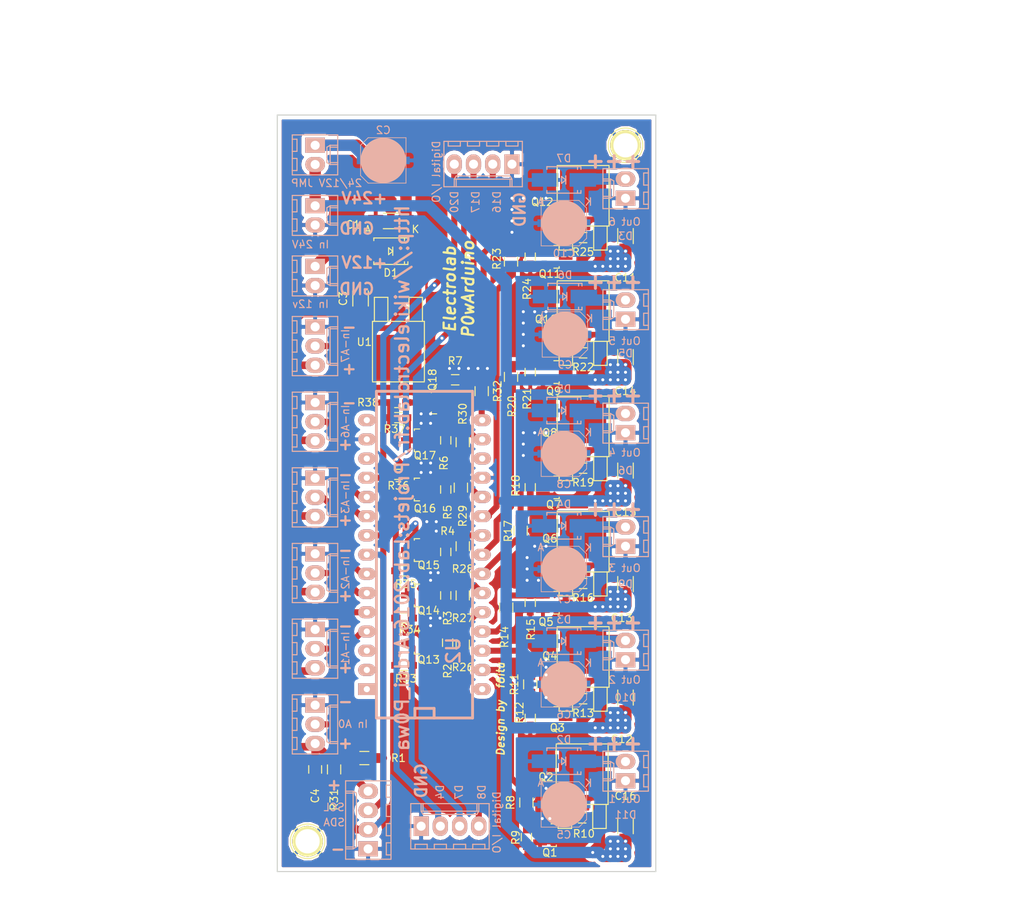
<source format=kicad_pcb>
(kicad_pcb (version 4) (host pcbnew 4.0.1-stable)
  (layers (0 F.Cu signal) (31 B.Cu signal) (34 B.Paste user) (35 F.Paste user) (36 B.SilkS user) (37 F.SilkS user) (38 B.Mask user) (39 F.Mask user) (44 Edge.Cuts user))
  (net 0 "")
  (net 1 +12V)
  (net 2 GND)
  (net 3 "Net-(C5-Pad1)")
  (net 4 "Net-(C6-Pad1)")
  (net 5 "Net-(C7-Pad1)")
  (net 6 "Net-(C8-Pad1)")
  (net 7 "Net-(C9-Pad1)")
  (net 8 "Net-(C10-Pad1)")
  (net 9 "Net-(D1-Pad2)")
  (net 10 +5V)
  (net 11 "Net-(P8-Pad3)")
  (net 12 "Net-(Q1-Pad1)")
  (net 13 "Net-(Q3-Pad1)")
  (net 14 "Net-(Q5-Pad1)")
  (net 15 "Net-(Q7-Pad1)")
  (net 16 "Net-(Q9-Pad1)")
  (net 17 "Net-(Q10-Pad1)")
  (net 18 "Net-(Q11-Pad1)")
  (net 19 "Net-(R8-Pad2)")
  (net 20 "Net-(R11-Pad2)")
  (net 21 "Net-(R14-Pad2)")
  (net 22 "Net-(R17-Pad2)")
  (net 23 "Net-(R20-Pad2)")
  (net 24 "Net-(R23-Pad2)")
  (net 25 "Net-(Q1-Pad3)")
  (net 26 "Net-(Q3-Pad3)")
  (net 27 "Net-(Q5-Pad3)")
  (net 28 "Net-(Q7-Pad3)")
  (net 29 "Net-(Q11-Pad3)")
  (net 30 "Net-(P17-Pad2)")
  (net 31 "Net-(P17-Pad3)")
  (net 32 "Net-(P17-Pad4)")
  (net 33 "Net-(P18-Pad2)")
  (net 34 "Net-(P18-Pad3)")
  (net 35 "Net-(P18-Pad4)")
  (net 36 "Net-(Q13-Pad1)")
  (net 37 "Net-(Q14-Pad1)")
  (net 38 "Net-(Q15-Pad1)")
  (net 39 "Net-(Q16-Pad1)")
  (net 40 "Net-(Q17-Pad1)")
  (net 41 "Net-(Q18-Pad1)")
  (net 42 "Net-(R26-Pad2)")
  (net 43 "Net-(R27-Pad2)")
  (net 44 "Net-(R28-Pad2)")
  (net 45 "Net-(R29-Pad2)")
  (net 46 "Net-(R30-Pad2)")
  (net 47 "Net-(R32-Pad2)")
  (net 48 "Net-(C11-Pad2)")
  (net 49 "Net-(P2-Pad2)")
  (net 50 "Net-(P3-Pad2)")
  (net 51 "Net-(P4-Pad2)")
  (net 52 "Net-(P5-Pad2)")
  (net 53 "Net-(P6-Pad2)")
  (net 54 "Net-(P7-Pad2)")
  (net 55 "Net-(P8-Pad2)")
  (module ventirad:arduino_nano (layer B.Cu) (at 131.445 116.84 90)
    (fp_text reference U2 (at -13.97 3.81 90) (layer B.SilkS) (effects (font (size 1.778 1.778) (thickness 0.3048)) (justify mirror)))
    (fp_text value http://wiki.electrolab.fr/Projets:Lab:2016:Ardui_P0wa (at 8.84 -2.945 90) (layer B.SilkS) (effects (font (size 1.778 1.778) (thickness 0.3048)) (justify mirror)))
    (pad 1 thru_hole rect (at -19.05 -7.62 90) (size 1.5748 2.286) (drill 0.8128) (layers *.Cu *.Mask B.SilkS))
    (pad 2 thru_hole oval (at -16.51 -7.62 90) (size 1.5748 2.286) (drill 0.8128) (layers *.Cu *.Mask B.SilkS))
    (pad 3 thru_hole oval (at -13.97 -7.62 90) (size 1.5748 2.286) (drill 0.8128) (layers *.Cu *.Mask B.SilkS))
    (pad 4 thru_hole oval (at -11.43 -7.62 90) (size 1.5748 2.286) (drill 0.8128) (layers *.Cu *.Mask B.SilkS) (net 49 "Net-(P2-Pad2)"))
    (pad 5 thru_hole oval (at -8.89 -7.62 90) (size 1.5748 2.286) (drill 0.8128) (layers *.Cu *.Mask B.SilkS) (net 50 "Net-(P3-Pad2)"))
    (pad 6 thru_hole oval (at -6.35 -7.62 90) (size 1.5748 2.286) (drill 0.8128) (layers *.Cu *.Mask B.SilkS) (net 51 "Net-(P4-Pad2)"))
    (pad 7 thru_hole oval (at -3.81 -7.62 90) (size 1.5748 2.286) (drill 0.8128) (layers *.Cu *.Mask B.SilkS) (net 52 "Net-(P5-Pad2)"))
    (pad 8 thru_hole oval (at -1.27 -7.62 90) (size 1.5748 2.286) (drill 0.8128) (layers *.Cu *.Mask B.SilkS) (net 55 "Net-(P8-Pad2)"))
    (pad 9 thru_hole oval (at 1.27 -7.62 90) (size 1.5748 2.286) (drill 0.8128) (layers *.Cu *.Mask B.SilkS) (net 11 "Net-(P8-Pad3)"))
    (pad 10 thru_hole oval (at 3.81 -7.62 90) (size 1.5748 2.286) (drill 0.8128) (layers *.Cu *.Mask B.SilkS) (net 53 "Net-(P6-Pad2)"))
    (pad 11 thru_hole oval (at 6.35 -7.62 90) (size 1.5748 2.286) (drill 0.8128) (layers *.Cu *.Mask B.SilkS) (net 54 "Net-(P7-Pad2)"))
    (pad 12 thru_hole oval (at 8.89 -7.62 90) (size 1.5748 2.286) (drill 0.8128) (layers *.Cu *.Mask B.SilkS) (net 10 +5V))
    (pad 13 thru_hole oval (at 11.43 -7.62 90) (size 1.5748 2.286) (drill 0.8128) (layers *.Cu *.Mask B.SilkS))
    (pad 14 thru_hole oval (at 13.97 -7.62 90) (size 1.5748 2.286) (drill 0.8128) (layers *.Cu *.Mask B.SilkS) (net 2 GND))
    (pad 15 thru_hole oval (at 16.51 -7.62 90) (size 1.5748 2.286) (drill 0.8128) (layers *.Cu *.Mask B.SilkS))
    (pad 16 thru_hole oval (at 16.51 7.62 90) (size 1.5748 2.286) (drill 0.8128) (layers *.Cu *.Mask B.SilkS) (net 47 "Net-(R32-Pad2)"))
    (pad 17 thru_hole oval (at 13.97 7.62 90) (size 1.5748 2.286) (drill 0.8128) (layers *.Cu *.Mask B.SilkS) (net 46 "Net-(R30-Pad2)"))
    (pad 18 thru_hole oval (at 11.43 7.62 90) (size 1.5748 2.286) (drill 0.8128) (layers *.Cu *.Mask B.SilkS))
    (pad 19 thru_hole oval (at 8.89 7.62 90) (size 1.5748 2.286) (drill 0.8128) (layers *.Cu *.Mask B.SilkS) (net 2 GND))
    (pad 20 thru_hole oval (at 6.35 7.62 90) (size 1.5748 2.286) (drill 0.8128) (layers *.Cu *.Mask B.SilkS) (net 45 "Net-(R29-Pad2)"))
    (pad 21 thru_hole oval (at 3.81 7.62 90) (size 1.5748 2.286) (drill 0.8128) (layers *.Cu *.Mask B.SilkS) (net 24 "Net-(R23-Pad2)"))
    (pad 22 thru_hole oval (at 1.27 7.62 90) (size 1.5748 2.286) (drill 0.8128) (layers *.Cu *.Mask B.SilkS) (net 44 "Net-(R28-Pad2)"))
    (pad 23 thru_hole oval (at -1.27 7.62 90) (size 1.5748 2.286) (drill 0.8128) (layers *.Cu *.Mask B.SilkS) (net 23 "Net-(R20-Pad2)"))
    (pad 24 thru_hole oval (at -3.81 7.62 90) (size 1.5748 2.286) (drill 0.8128) (layers *.Cu *.Mask B.SilkS) (net 22 "Net-(R17-Pad2)"))
    (pad 25 thru_hole oval (at -6.35 7.62 90) (size 1.5748 2.286) (drill 0.8128) (layers *.Cu *.Mask B.SilkS) (net 43 "Net-(R27-Pad2)"))
    (pad 26 thru_hole oval (at -8.89 7.62 90) (size 1.5748 2.286) (drill 0.8128) (layers *.Cu *.Mask B.SilkS) (net 42 "Net-(R26-Pad2)"))
    (pad 27 thru_hole oval (at -11.43 7.62 90) (size 1.5748 2.286) (drill 0.8128) (layers *.Cu *.Mask B.SilkS) (net 21 "Net-(R14-Pad2)"))
    (pad 28 thru_hole oval (at -13.97 7.62 90) (size 1.5748 2.286) (drill 0.8128) (layers *.Cu *.Mask B.SilkS) (net 20 "Net-(R11-Pad2)"))
    (pad 29 thru_hole oval (at -16.51 7.62 90) (size 1.5748 2.286) (drill 0.8128) (layers *.Cu *.Mask B.SilkS) (net 19 "Net-(R8-Pad2)"))
    (pad 30 thru_hole oval (at -19.05 7.62 90) (size 1.5748 2.286) (drill 0.8128) (layers *.Cu *.Mask B.SilkS))
  )
  (module kk:Molex_KK_6410-02 (layer B.Cu) (at 117 64 270)
    (fp_text reference "" (at 1 4.5 270) (layer B.SilkS) (effects (justify mirror)))
    (fp_text value "24/12V JMP" (at 5 -1.5 360) (layer B.SilkS) (effects (justify mirror)))
    (pad 1 thru_hole rect (at 0 0 270) (size 2 2.6) (drill 1.2) (layers *.Cu *.Mask B.SilkS) (net 1 +12V))
    (pad 2 thru_hole oval (at 2.54 0 270) (size 2 2.6) (drill 1.2) (layers *.Cu *.Mask B.SilkS) (net 48 "Net-(C11-Pad2)"))
  )
  (module Capacitors_SMD:C_1206_HandSoldering (layer F.Cu) (at 127 74 180)
    (fp_text reference C1 (at 5 -0.5 180) (layer F.SilkS))
    (fp_text value 100n)
    (pad 1 smd rect (at -2 0 180) (size 2 1.6) (layers F.Cu F.Paste F.Mask) (net 1 +12V))
    (pad 2 smd rect (at 2 0 180) (size 2 1.6) (layers F.Cu F.Paste F.Mask) (net 2 GND))
  )
  (module Capacitors_SMD:C_1206_HandSoldering (layer F.Cu) (at 123 84.25 90)
    (fp_text reference C3 (at 0 -2.3 90) (layer F.SilkS))
    (fp_text value 100n)
    (pad 1 smd rect (at -2 0 90) (size 2 1.6) (layers F.Cu F.Paste F.Mask) (net 10 +5V))
    (pad 2 smd rect (at 2 0 90) (size 2 1.6) (layers F.Cu F.Paste F.Mask) (net 2 GND))
  )
  (module Capacitors_SMD:C_0805_HandSoldering (layer F.Cu) (at 117 146.5 270)
    (fp_text reference C4 (at 3.5 0 270) (layer F.SilkS))
    (fp_text value 10n)
    (pad 1 smd rect (at -1.25 0 270) (size 1.5 1.25) (layers F.Cu F.Paste F.Mask) (net 10 +5V))
    (pad 2 smd rect (at 1.25 0 270) (size 1.5 1.25) (layers F.Cu F.Paste F.Mask) (net 2 GND))
  )
  (module TO_SOT_Packages_SMD:SOT-23_Handsoldering (layer F.Cu) (at 148.209 155.194 270)
    (fp_text reference Q1 (at 2.306 0.209 360) (layer F.SilkS))
    (fp_text value 2N7000)
    (pad 1 smd rect (at -0.95 1.50114 270) (size 0.8001 1.80086) (layers F.Cu F.Paste F.Mask) (net 12 "Net-(Q1-Pad1)"))
    (pad 2 smd rect (at 0.95 1.50114 270) (size 0.8001 1.80086) (layers F.Cu F.Paste F.Mask) (net 2 GND))
    (pad 3 smd rect (at 0 -1.50114 270) (size 0.8001 1.80086) (layers F.Cu F.Paste F.Mask) (net 25 "Net-(Q1-Pad3)"))
  )
  (module TO_SOT_Packages_SMD:TO-252-2Lead (layer F.Cu) (at 152.273 152.654)
    (fp_text reference Q2 (at -4.773 -5.154) (layer F.SilkS))
    (fp_text value IRFR9014)
    (pad 1 smd rect (at -2.286 0) (size 1.651 3.048) (layers F.Cu F.Paste F.Mask) (net 25 "Net-(Q1-Pad3)"))
    (pad 2 smd rect (at 0 -6.35) (size 6.096 6.096) (layers F.Cu F.Paste F.Mask) (net 3 "Net-(C5-Pad1)"))
    (pad 3 smd rect (at 2.286 0) (size 1.651 3.048) (layers F.Cu F.Paste F.Mask) (net 48 "Net-(C11-Pad2)"))
  )
  (module TO_SOT_Packages_SMD:SOT-23_Handsoldering (layer F.Cu) (at 148.59 139.7 270)
    (fp_text reference Q3 (at 1.3 -0.41 360) (layer F.SilkS))
    (fp_text value 2N7000)
    (pad 1 smd rect (at -0.95 1.50114 270) (size 0.8001 1.80086) (layers F.Cu F.Paste F.Mask) (net 13 "Net-(Q3-Pad1)"))
    (pad 2 smd rect (at 0.95 1.50114 270) (size 0.8001 1.80086) (layers F.Cu F.Paste F.Mask) (net 2 GND))
    (pad 3 smd rect (at 0 -1.50114 270) (size 0.8001 1.80086) (layers F.Cu F.Paste F.Mask) (net 26 "Net-(Q3-Pad3)"))
  )
  (module TO_SOT_Packages_SMD:TO-252-2Lead (layer F.Cu) (at 152.4 137.16)
    (fp_text reference Q4 (at -4.4 -5.66) (layer F.SilkS))
    (fp_text value IRFR9014)
    (pad 1 smd rect (at -2.286 0) (size 1.651 3.048) (layers F.Cu F.Paste F.Mask) (net 26 "Net-(Q3-Pad3)"))
    (pad 2 smd rect (at 0 -6.35) (size 6.096 6.096) (layers F.Cu F.Paste F.Mask) (net 4 "Net-(C6-Pad1)"))
    (pad 3 smd rect (at 2.286 0) (size 1.651 3.048) (layers F.Cu F.Paste F.Mask) (net 48 "Net-(C11-Pad2)"))
  )
  (module TO_SOT_Packages_SMD:SOT-23_Handsoldering (layer F.Cu) (at 148.59 124.46 270)
    (fp_text reference Q5 (at 2.54 1.09 360) (layer F.SilkS))
    (fp_text value 2N7000)
    (pad 1 smd rect (at -0.95 1.50114 270) (size 0.8001 1.80086) (layers F.Cu F.Paste F.Mask) (net 14 "Net-(Q5-Pad1)"))
    (pad 2 smd rect (at 0.95 1.50114 270) (size 0.8001 1.80086) (layers F.Cu F.Paste F.Mask) (net 2 GND))
    (pad 3 smd rect (at 0 -1.50114 270) (size 0.8001 1.80086) (layers F.Cu F.Paste F.Mask) (net 27 "Net-(Q5-Pad3)"))
  )
  (module TO_SOT_Packages_SMD:TO-252-2Lead (layer F.Cu) (at 152.4 121.92)
    (fp_text reference Q6 (at -4.4 -5.92) (layer F.SilkS))
    (fp_text value IRFR9014)
    (pad 1 smd rect (at -2.286 0) (size 1.651 3.048) (layers F.Cu F.Paste F.Mask) (net 27 "Net-(Q5-Pad3)"))
    (pad 2 smd rect (at 0 -6.35) (size 6.096 6.096) (layers F.Cu F.Paste F.Mask) (net 5 "Net-(C7-Pad1)"))
    (pad 3 smd rect (at 2.286 0) (size 1.651 3.048) (layers F.Cu F.Paste F.Mask) (net 48 "Net-(C11-Pad2)"))
  )
  (module TO_SOT_Packages_SMD:SOT-23_Handsoldering (layer F.Cu) (at 148.59 109.22 270)
    (fp_text reference Q7 (at 2.28 0.09 360) (layer F.SilkS))
    (fp_text value 2N7000)
    (pad 1 smd rect (at -0.95 1.50114 270) (size 0.8001 1.80086) (layers F.Cu F.Paste F.Mask) (net 15 "Net-(Q7-Pad1)"))
    (pad 2 smd rect (at 0.95 1.50114 270) (size 0.8001 1.80086) (layers F.Cu F.Paste F.Mask) (net 2 GND))
    (pad 3 smd rect (at 0 -1.50114 270) (size 0.8001 1.80086) (layers F.Cu F.Paste F.Mask) (net 28 "Net-(Q7-Pad3)"))
  )
  (module TO_SOT_Packages_SMD:TO-252-2Lead (layer F.Cu) (at 152.4 106.68)
    (fp_text reference Q8 (at -4.4 -4.68) (layer F.SilkS))
    (fp_text value IRFR9014)
    (pad 1 smd rect (at -2.286 0) (size 1.651 3.048) (layers F.Cu F.Paste F.Mask) (net 28 "Net-(Q7-Pad3)"))
    (pad 2 smd rect (at 0 -6.35) (size 6.096 6.096) (layers F.Cu F.Paste F.Mask) (net 6 "Net-(C8-Pad1)"))
    (pad 3 smd rect (at 2.286 0) (size 1.651 3.048) (layers F.Cu F.Paste F.Mask) (net 48 "Net-(C11-Pad2)"))
  )
  (module TO_SOT_Packages_SMD:SOT-23_Handsoldering (layer F.Cu) (at 148.59 93.98 270)
    (fp_text reference Q9 (at 2.52 0.09 360) (layer F.SilkS))
    (fp_text value 2N7000)
    (pad 1 smd rect (at -0.95 1.50114 270) (size 0.8001 1.80086) (layers F.Cu F.Paste F.Mask) (net 16 "Net-(Q9-Pad1)"))
    (pad 2 smd rect (at 0.95 1.50114 270) (size 0.8001 1.80086) (layers F.Cu F.Paste F.Mask) (net 2 GND))
    (pad 3 smd rect (at 0 -1.50114 270) (size 0.8001 1.80086) (layers F.Cu F.Paste F.Mask) (net 17 "Net-(Q10-Pad1)"))
  )
  (module TO_SOT_Packages_SMD:TO-252-2Lead (layer F.Cu) (at 152.4 91.44)
    (fp_text reference Q10 (at -4.9 -4.44) (layer F.SilkS))
    (fp_text value IRFR9014)
    (pad 1 smd rect (at -2.286 0) (size 1.651 3.048) (layers F.Cu F.Paste F.Mask) (net 17 "Net-(Q10-Pad1)"))
    (pad 2 smd rect (at 0 -6.35) (size 6.096 6.096) (layers F.Cu F.Paste F.Mask) (net 7 "Net-(C9-Pad1)"))
    (pad 3 smd rect (at 2.286 0) (size 1.651 3.048) (layers F.Cu F.Paste F.Mask) (net 48 "Net-(C11-Pad2)"))
  )
  (module TO_SOT_Packages_SMD:SOT-23_Handsoldering (layer F.Cu) (at 148.59 78.74 270)
    (fp_text reference Q11 (at 2.26 0.59 360) (layer F.SilkS))
    (fp_text value 2N7000)
    (pad 1 smd rect (at -0.95 1.50114 270) (size 0.8001 1.80086) (layers F.Cu F.Paste F.Mask) (net 18 "Net-(Q11-Pad1)"))
    (pad 2 smd rect (at 0.95 1.50114 270) (size 0.8001 1.80086) (layers F.Cu F.Paste F.Mask) (net 2 GND))
    (pad 3 smd rect (at 0 -1.50114 270) (size 0.8001 1.80086) (layers F.Cu F.Paste F.Mask) (net 29 "Net-(Q11-Pad3)"))
  )
  (module TO_SOT_Packages_SMD:TO-252-2Lead (layer F.Cu) (at 152.4 76.2)
    (fp_text reference Q12 (at -5.4 -4.7) (layer F.SilkS))
    (fp_text value IRFR9014)
    (pad 1 smd rect (at -2.286 0) (size 1.651 3.048) (layers F.Cu F.Paste F.Mask) (net 29 "Net-(Q11-Pad3)"))
    (pad 2 smd rect (at 0 -6.35) (size 6.096 6.096) (layers F.Cu F.Paste F.Mask) (net 8 "Net-(C10-Pad1)"))
    (pad 3 smd rect (at 2.286 0) (size 1.651 3.048) (layers F.Cu F.Paste F.Mask) (net 48 "Net-(C11-Pad2)"))
  )
  (module TO_SOT_Packages_SMD:TO-252-2Lead (layer F.Cu) (at 128 85.75 180)
    (fp_text reference U1 (at 4.5 -4.25 180) (layer F.SilkS))
    (fp_text value LM7805)
    (pad 1 smd rect (at -2.286 0 180) (size 1.651 3.048) (layers F.Cu F.Paste F.Mask) (net 1 +12V))
    (pad 2 smd rect (at 0 -6.35 180) (size 6.096 6.096) (layers F.Cu F.Paste F.Mask) (net 2 GND))
    (pad 3 smd rect (at 2.286 0 180) (size 1.651 3.048) (layers F.Cu F.Paste F.Mask) (net 10 +5V))
  )
  (module Diodes_SMD:SMA_Handsoldering (layer F.Cu) (at 127 78 180)
    (fp_text reference D1 (at 0 -2.85 180) (layer F.SilkS))
    (fp_text value SS-26)
    (fp_text user K (at -3.25 2.9 180) (layer F.SilkS))
    (fp_text user A (at 3.05 2.85 180) (layer F.SilkS))
    (pad 1 smd rect (at -2.49936 0 180) (size 3.50012 1.80086) (layers F.Cu F.Paste F.Mask) (net 1 +12V))
    (pad 2 smd rect (at 2.49936 0 180) (size 3.50012 1.80086) (layers F.Cu F.Paste F.Mask) (net 9 "Net-(D1-Pad2)"))
  )
  (module Diodes_SMD:SMA_Handsoldering (layer B.Cu) (at 149.86 145.415 180)
    (fp_text reference D2 (at 0 2.85 180) (layer B.SilkS) (effects (justify mirror)))
    (fp_text value SS-26)
    (fp_text user K (at -3.25 -2.9 180) (layer B.SilkS) (effects (justify mirror)))
    (fp_text user A (at 3.05 -2.85 180) (layer B.SilkS) (effects (justify mirror)))
    (pad 1 smd rect (at -2.49936 0 180) (size 3.50012 1.80086) (layers B.Cu B.Paste B.Mask) (net 3 "Net-(C5-Pad1)"))
    (pad 2 smd rect (at 2.49936 0 180) (size 3.50012 1.80086) (layers B.Cu B.Paste B.Mask) (net 2 GND))
  )
  (module Diodes_SMD:SMA_Handsoldering (layer B.Cu) (at 149.86 129.54 180)
    (fp_text reference D3 (at 0 2.85 180) (layer B.SilkS) (effects (justify mirror)))
    (fp_text value SS-26)
    (fp_text user K (at -3.25 -2.9 180) (layer B.SilkS) (effects (justify mirror)))
    (fp_text user A (at 3.05 -2.85 180) (layer B.SilkS) (effects (justify mirror)))
    (pad 1 smd rect (at -2.49936 0 180) (size 3.50012 1.80086) (layers B.Cu B.Paste B.Mask) (net 4 "Net-(C6-Pad1)"))
    (pad 2 smd rect (at 2.49936 0 180) (size 3.50012 1.80086) (layers B.Cu B.Paste B.Mask) (net 2 GND))
  )
  (module Diodes_SMD:SMA_Handsoldering (layer B.Cu) (at 149.86 114.3 180)
    (fp_text reference D4 (at 0 2.85 180) (layer B.SilkS) (effects (justify mirror)))
    (fp_text value SS-26)
    (fp_text user K (at -3.25 -2.9 180) (layer B.SilkS) (effects (justify mirror)))
    (fp_text user A (at 3.05 -2.85 180) (layer B.SilkS) (effects (justify mirror)))
    (pad 1 smd rect (at -2.49936 0 180) (size 3.50012 1.80086) (layers B.Cu B.Paste B.Mask) (net 5 "Net-(C7-Pad1)"))
    (pad 2 smd rect (at 2.49936 0 180) (size 3.50012 1.80086) (layers B.Cu B.Paste B.Mask) (net 2 GND))
  )
  (module Diodes_SMD:SMA_Handsoldering (layer B.Cu) (at 149.86 99.06 180)
    (fp_text reference D5 (at 0 2.85 180) (layer B.SilkS) (effects (justify mirror)))
    (fp_text value SS-26)
    (fp_text user K (at -3.25 -2.9 180) (layer B.SilkS) (effects (justify mirror)))
    (fp_text user A (at 3.05 -2.85 180) (layer B.SilkS) (effects (justify mirror)))
    (pad 1 smd rect (at -2.49936 0 180) (size 3.50012 1.80086) (layers B.Cu B.Paste B.Mask) (net 6 "Net-(C8-Pad1)"))
    (pad 2 smd rect (at 2.49936 0 180) (size 3.50012 1.80086) (layers B.Cu B.Paste B.Mask) (net 2 GND))
  )
  (module Diodes_SMD:SMA_Handsoldering (layer B.Cu) (at 150 84 180)
    (fp_text reference D6 (at 0 2.85 180) (layer B.SilkS) (effects (justify mirror)))
    (fp_text value SS-26)
    (fp_text user K (at -3.25 -2.9 180) (layer B.SilkS) (effects (justify mirror)))
    (fp_text user A (at 3.05 -2.85 180) (layer B.SilkS) (effects (justify mirror)))
    (pad 1 smd rect (at -2.49936 0 180) (size 3.50012 1.80086) (layers B.Cu B.Paste B.Mask) (net 7 "Net-(C9-Pad1)"))
    (pad 2 smd rect (at 2.49936 0 180) (size 3.50012 1.80086) (layers B.Cu B.Paste B.Mask) (net 2 GND))
  )
  (module Diodes_SMD:SMA_Handsoldering (layer B.Cu) (at 149.86 68.58 180)
    (fp_text reference D7 (at 0 2.85 180) (layer B.SilkS) (effects (justify mirror)))
    (fp_text value SS-26)
    (fp_text user K (at -3.25 -2.9 180) (layer B.SilkS) (effects (justify mirror)))
    (fp_text user A (at 3.05 -2.85 180) (layer B.SilkS) (effects (justify mirror)))
    (pad 1 smd rect (at -2.49936 0 180) (size 3.50012 1.80086) (layers B.Cu B.Paste B.Mask) (net 8 "Net-(C10-Pad1)"))
    (pad 2 smd rect (at 2.49936 0 180) (size 3.50012 1.80086) (layers B.Cu B.Paste B.Mask) (net 2 GND))
  )
  (module cap_pol:c_elec_6.3x7.7 (layer B.Cu) (at 126 66 180)
    (fp_text reference C2 (at 0 4 180) (layer B.SilkS) (effects (justify mirror)))
    (fp_text value 200u)
    (pad 1 smd rect (at 2 0 180) (size 3 1) (layers B.Cu B.Paste B.Mask) (net 1 +12V))
    (pad 2 smd rect (at -2 0 180) (size 3 1) (layers B.Cu B.Paste B.Mask) (net 2 GND))
  )
  (module cap_pol:c_elec_6.3x7.7 (layer B.Cu) (at 149.86 151.13)
    (fp_text reference C5 (at 0 4) (layer B.SilkS) (effects (justify mirror)))
    (fp_text value 100u)
    (pad 1 smd rect (at 2 0) (size 3 1) (layers B.Cu B.Paste B.Mask) (net 3 "Net-(C5-Pad1)"))
    (pad 2 smd rect (at -2 0) (size 3 1) (layers B.Cu B.Paste B.Mask) (net 2 GND))
  )
  (module cap_pol:c_elec_6.3x7.7 (layer B.Cu) (at 149.86 135.255)
    (fp_text reference C6 (at 0 4) (layer B.SilkS) (effects (justify mirror)))
    (fp_text value 100u)
    (pad 1 smd rect (at 2 0) (size 3 1) (layers B.Cu B.Paste B.Mask) (net 4 "Net-(C6-Pad1)"))
    (pad 2 smd rect (at -2 0) (size 3 1) (layers B.Cu B.Paste B.Mask) (net 2 GND))
  )
  (module cap_pol:c_elec_6.3x7.7 (layer B.Cu) (at 149.86 120.015)
    (fp_text reference C7 (at 0 4) (layer B.SilkS) (effects (justify mirror)))
    (fp_text value 100u)
    (pad 1 smd rect (at 2 0) (size 3 1) (layers B.Cu B.Paste B.Mask) (net 5 "Net-(C7-Pad1)"))
    (pad 2 smd rect (at -2 0) (size 3 1) (layers B.Cu B.Paste B.Mask) (net 2 GND))
  )
  (module cap_pol:c_elec_6.3x7.7 (layer B.Cu) (at 149.86 104.775)
    (fp_text reference C8 (at 0 4) (layer B.SilkS) (effects (justify mirror)))
    (fp_text value 100u)
    (pad 1 smd rect (at 2 0) (size 3 1) (layers B.Cu B.Paste B.Mask) (net 6 "Net-(C8-Pad1)"))
    (pad 2 smd rect (at -2 0) (size 3 1) (layers B.Cu B.Paste B.Mask) (net 2 GND))
  )
  (module cap_pol:c_elec_6.3x7.7 (layer B.Cu) (at 150 89)
    (fp_text reference C9 (at 0 4) (layer B.SilkS) (effects (justify mirror)))
    (fp_text value 100u)
    (pad 1 smd rect (at 2 0) (size 3 1) (layers B.Cu B.Paste B.Mask) (net 7 "Net-(C9-Pad1)"))
    (pad 2 smd rect (at -2 0) (size 3 1) (layers B.Cu B.Paste B.Mask) (net 2 GND))
  )
  (module cap_pol:c_elec_6.3x7.7 (layer B.Cu) (at 149.86 74.295)
    (fp_text reference C10 (at 0 4) (layer B.SilkS) (effects (justify mirror)))
    (fp_text value 100u)
    (pad 1 smd rect (at 2 0) (size 3 1) (layers B.Cu B.Paste B.Mask) (net 8 "Net-(C10-Pad1)"))
    (pad 2 smd rect (at -2 0) (size 3 1) (layers B.Cu B.Paste B.Mask) (net 2 GND))
  )
  (module kk:Molex_KK_6410-02 (layer B.Cu) (at 117 80 270)
    (fp_text reference "" (at 1 4.5 270) (layer B.SilkS) (effects (justify mirror)))
    (fp_text value "In 12v" (at 4.99 0.61 360) (layer B.SilkS) (effects (justify mirror)))
    (pad 1 thru_hole rect (at 0 0 270) (size 2 2.6) (drill 1.2) (layers *.Cu *.Mask B.SilkS) (net 9 "Net-(D1-Pad2)"))
    (pad 2 thru_hole oval (at 2.54 0 270) (size 2 2.6) (drill 1.2) (layers *.Cu *.Mask B.SilkS) (net 2 GND))
  )
  (module kk:Molex_KK_6410-03 (layer B.Cu) (at 117 138 270)
    (fp_text reference "" (at 1 10.5 270) (layer B.SilkS) (effects (justify mirror)))
    (fp_text value "In A0" (at 2.5 -5 360) (layer B.SilkS) (effects (justify mirror)))
    (pad 1 thru_hole rect (at 0 0 270) (size 2 2.6) (drill 1.2) (layers *.Cu *.Mask B.SilkS) (net 2 GND))
    (pad 2 thru_hole oval (at 2.54 0 270) (size 2 2.6) (drill 1.2) (layers *.Cu *.Mask B.SilkS) (net 49 "Net-(P2-Pad2)"))
    (pad 3 thru_hole oval (at 5.08 0 270) (size 2 2.6) (drill 1.2) (layers *.Cu *.Mask B.SilkS) (net 10 +5V))
  )
  (module kk:Molex_KK_6410-03 (layer B.Cu) (at 117 128 270)
    (fp_text reference "" (at 0.5 10 270) (layer B.SilkS) (effects (justify mirror)))
    (fp_text value In-A1 (at 2.5 -4 270) (layer B.SilkS) (effects (justify mirror)))
    (pad 1 thru_hole rect (at 0 0 270) (size 2 2.6) (drill 1.2) (layers *.Cu *.Mask B.SilkS) (net 2 GND))
    (pad 2 thru_hole oval (at 2.54 0 270) (size 2 2.6) (drill 1.2) (layers *.Cu *.Mask B.SilkS) (net 50 "Net-(P3-Pad2)"))
    (pad 3 thru_hole oval (at 5.08 0 270) (size 2 2.6) (drill 1.2) (layers *.Cu *.Mask B.SilkS) (net 10 +5V))
  )
  (module kk:Molex_KK_6410-03 (layer B.Cu) (at 117 118 270)
    (fp_text reference "" (at 1 4.5 270) (layer B.SilkS) (effects (justify mirror)))
    (fp_text value In-A2 (at 2.5 -4 270) (layer B.SilkS) (effects (justify mirror)))
    (pad 1 thru_hole rect (at 0 0 270) (size 2 2.6) (drill 1.2) (layers *.Cu *.Mask B.SilkS) (net 2 GND))
    (pad 2 thru_hole oval (at 2.54 0 270) (size 2 2.6) (drill 1.2) (layers *.Cu *.Mask B.SilkS) (net 51 "Net-(P4-Pad2)"))
    (pad 3 thru_hole oval (at 5.08 0 270) (size 2 2.6) (drill 1.2) (layers *.Cu *.Mask B.SilkS) (net 10 +5V))
  )
  (module kk:Molex_KK_6410-03 (layer B.Cu) (at 117 108 270)
    (fp_text reference "" (at 1 4.5 270) (layer B.SilkS) (effects (justify mirror)))
    (fp_text value In-A3 (at 2.5 -4 270) (layer B.SilkS) (effects (justify mirror)))
    (pad 1 thru_hole rect (at 0 0 270) (size 2 2.6) (drill 1.2) (layers *.Cu *.Mask B.SilkS) (net 2 GND))
    (pad 2 thru_hole oval (at 2.54 0 270) (size 2 2.6) (drill 1.2) (layers *.Cu *.Mask B.SilkS) (net 52 "Net-(P5-Pad2)"))
    (pad 3 thru_hole oval (at 5.08 0 270) (size 2 2.6) (drill 1.2) (layers *.Cu *.Mask B.SilkS) (net 10 +5V))
  )
  (module kk:Molex_KK_6410-03 (layer B.Cu) (at 117 98 270)
    (fp_text reference "" (at 1 4.5 270) (layer B.SilkS) (effects (justify mirror)))
    (fp_text value In-A6 (at 2.5 -4 270) (layer B.SilkS) (effects (justify mirror)))
    (pad 1 thru_hole rect (at 0 0 270) (size 2 2.6) (drill 1.2) (layers *.Cu *.Mask B.SilkS) (net 2 GND))
    (pad 2 thru_hole oval (at 2.54 0 270) (size 2 2.6) (drill 1.2) (layers *.Cu *.Mask B.SilkS) (net 53 "Net-(P6-Pad2)"))
    (pad 3 thru_hole oval (at 5.08 0 270) (size 2 2.6) (drill 1.2) (layers *.Cu *.Mask B.SilkS) (net 10 +5V))
  )
  (module kk:Molex_KK_6410-03 (layer B.Cu) (at 117 88 270)
    (fp_text reference "" (at 1 4.5 270) (layer B.SilkS) (effects (justify mirror)))
    (fp_text value In-A7 (at 2.5 -4 270) (layer B.SilkS) (effects (justify mirror)))
    (pad 1 thru_hole rect (at 0 0 270) (size 2 2.6) (drill 1.2) (layers *.Cu *.Mask B.SilkS) (net 2 GND))
    (pad 2 thru_hole oval (at 2.54 0 270) (size 2 2.6) (drill 1.2) (layers *.Cu *.Mask B.SilkS) (net 54 "Net-(P7-Pad2)"))
    (pad 3 thru_hole oval (at 5.08 0 270) (size 2 2.6) (drill 1.2) (layers *.Cu *.Mask B.SilkS) (net 10 +5V))
  )
  (module kk:Molex_KK_6410-04 (layer B.Cu) (at 124 157 90)
    (fp_text reference "" (at -8 -7.5 180) (layer B.SilkS) (effects (justify mirror)))
    (fp_text value SCL (at 5.5 -4.5 180) (layer B.SilkS) (effects (justify mirror)))
    (pad 1 thru_hole rect (at 0 0 90) (size 2 2.6) (drill 1.2) (layers *.Cu *.Mask B.SilkS) (net 2 GND))
    (pad 2 thru_hole oval (at 2.54 0 90) (size 2 2.6) (drill 1.2) (layers *.Cu *.Mask B.SilkS) (net 55 "Net-(P8-Pad2)"))
    (pad 3 thru_hole oval (at 5.08 0 90) (size 2 2.6) (drill 1.2) (layers *.Cu *.Mask B.SilkS) (net 11 "Net-(P8-Pad3)"))
    (pad 4 thru_hole oval (at 7.62 0 90) (size 2 2.6) (drill 1.2) (layers *.Cu *.Mask B.SilkS) (net 10 +5V))
  )
  (module kk:Molex_KK_6410-02 (layer B.Cu) (at 117 72 270)
    (fp_text reference "" (at 1 4.5 270) (layer B.SilkS) (effects (justify mirror)))
    (fp_text value "In 24V" (at 5.11 0.61 360) (layer B.SilkS) (effects (justify mirror)))
    (pad 1 thru_hole rect (at 0 0 270) (size 2 2.6) (drill 1.2) (layers *.Cu *.Mask B.SilkS) (net 48 "Net-(C11-Pad2)"))
    (pad 2 thru_hole oval (at 2.54 0 270) (size 2 2.6) (drill 1.2) (layers *.Cu *.Mask B.SilkS) (net 2 GND))
  )
  (module kk:Molex_KK_6410-02 (layer B.Cu) (at 158 148 90)
    (fp_text reference "" (at 1 4.5 90) (layer B.SilkS) (effects (justify mirror)))
    (fp_text value "Out 1" (at -2.41 -0.115 180) (layer B.SilkS) (effects (justify mirror)))
    (pad 1 thru_hole rect (at 0 0 90) (size 2 2.6) (drill 1.2) (layers *.Cu *.Mask B.SilkS) (net 2 GND))
    (pad 2 thru_hole oval (at 2.54 0 90) (size 2 2.6) (drill 1.2) (layers *.Cu *.Mask B.SilkS) (net 3 "Net-(C5-Pad1)"))
  )
  (module kk:Molex_KK_6410-02 (layer B.Cu) (at 158 132 90)
    (fp_text reference "" (at 1 4.5 90) (layer B.SilkS) (effects (justify mirror)))
    (fp_text value "Out 2" (at -2.65 -0.115 180) (layer B.SilkS) (effects (justify mirror)))
    (pad 1 thru_hole rect (at 0 0 90) (size 2 2.6) (drill 1.2) (layers *.Cu *.Mask B.SilkS) (net 2 GND))
    (pad 2 thru_hole oval (at 2.54 0 90) (size 2 2.6) (drill 1.2) (layers *.Cu *.Mask B.SilkS) (net 4 "Net-(C6-Pad1)"))
  )
  (module kk:Molex_KK_6410-02 (layer B.Cu) (at 158 117 90)
    (fp_text reference "" (at 1 4.5 90) (layer B.SilkS) (effects (justify mirror)))
    (fp_text value "Out 3" (at -2.89 -0.115 180) (layer B.SilkS) (effects (justify mirror)))
    (pad 1 thru_hole rect (at 0 0 90) (size 2 2.6) (drill 1.2) (layers *.Cu *.Mask B.SilkS) (net 2 GND))
    (pad 2 thru_hole oval (at 2.54 0 90) (size 2 2.6) (drill 1.2) (layers *.Cu *.Mask B.SilkS) (net 5 "Net-(C7-Pad1)"))
  )
  (module kk:Molex_KK_6410-02 (layer B.Cu) (at 158 102 90)
    (fp_text reference "" (at 1 4.5 90) (layer B.SilkS) (effects (justify mirror)))
    (fp_text value "Out 4" (at -2.63 -0.115 180) (layer B.SilkS) (effects (justify mirror)))
    (pad 1 thru_hole rect (at 0 0 90) (size 2 2.6) (drill 1.2) (layers *.Cu *.Mask B.SilkS) (net 2 GND))
    (pad 2 thru_hole oval (at 2.54 0 90) (size 2 2.6) (drill 1.2) (layers *.Cu *.Mask B.SilkS) (net 6 "Net-(C8-Pad1)"))
  )
  (module kk:Molex_KK_6410-02 (layer B.Cu) (at 158 87 90)
    (fp_text reference "" (at 1 4.5 90) (layer B.SilkS) (effects (justify mirror)))
    (fp_text value "Out 5" (at -2.87 -0.115 180) (layer B.SilkS) (effects (justify mirror)))
    (pad 1 thru_hole rect (at 0 0 90) (size 2 2.6) (drill 1.2) (layers *.Cu *.Mask B.SilkS) (net 2 GND))
    (pad 2 thru_hole oval (at 2.54 0 90) (size 2 2.6) (drill 1.2) (layers *.Cu *.Mask B.SilkS) (net 7 "Net-(C9-Pad1)"))
  )
  (module kk:Molex_KK_6410-02 (layer B.Cu) (at 158 71 90)
    (fp_text reference "" (at 1 4.5 90) (layer B.SilkS) (effects (justify mirror)))
    (fp_text value "Out 6" (at -3.11 -0.115 180) (layer B.SilkS) (effects (justify mirror)))
    (pad 1 thru_hole rect (at 0 0 90) (size 2 2.6) (drill 1.2) (layers *.Cu *.Mask B.SilkS) (net 2 GND))
    (pad 2 thru_hole oval (at 2.54 0 90) (size 2 2.6) (drill 1.2) (layers *.Cu *.Mask B.SilkS) (net 8 "Net-(C10-Pad1)"))
  )
  (module Resistors_SMD:R_0805_HandSoldering (layer F.Cu) (at 145.415 135.255 90)
    (fp_text reference R11 (at 0 -2.1 90) (layer F.SilkS))
    (fp_text value 1k)
    (pad 1 smd rect (at -1.35 0 90) (size 1.5 1.3) (layers F.Cu F.Paste F.Mask) (net 13 "Net-(Q3-Pad1)"))
    (pad 2 smd rect (at 1.35 0 90) (size 1.5 1.3) (layers F.Cu F.Paste F.Mask) (net 20 "Net-(R11-Pad2)"))
  )
  (module Resistors_SMD:R_0603_HandSoldering (layer F.Cu) (at 145.415 139.7 270)
    (fp_text reference R12 (at -0.7 1.415 270) (layer F.SilkS))
    (fp_text value 10k)
    (pad 1 smd rect (at -1.1 0 270) (size 1.2 0.9) (layers F.Cu F.Paste F.Mask) (net 13 "Net-(Q3-Pad1)"))
    (pad 2 smd rect (at 1.1 0 270) (size 1.2 0.9) (layers F.Cu F.Paste F.Mask) (net 2 GND))
  )
  (module Resistors_SMD:R_0603_HandSoldering (layer F.Cu) (at 152.4 137.16 180)
    (fp_text reference R13 (at 0 -1.9 180) (layer F.SilkS))
    (fp_text value 10k)
    (pad 1 smd rect (at -1.1 0 180) (size 1.2 0.9) (layers F.Cu F.Paste F.Mask) (net 48 "Net-(C11-Pad2)"))
    (pad 2 smd rect (at 1.1 0 180) (size 1.2 0.9) (layers F.Cu F.Paste F.Mask) (net 26 "Net-(Q3-Pad3)"))
  )
  (module Resistors_SMD:R_0805_HandSoldering (layer F.Cu) (at 142.24 125.095 270)
    (fp_text reference R14 (at 3.905 0.24 270) (layer F.SilkS))
    (fp_text value 1k)
    (pad 1 smd rect (at -1.35 0 270) (size 1.5 1.3) (layers F.Cu F.Paste F.Mask) (net 14 "Net-(Q5-Pad1)"))
    (pad 2 smd rect (at 1.35 0 270) (size 1.5 1.3) (layers F.Cu F.Paste F.Mask) (net 21 "Net-(R14-Pad2)"))
  )
  (module Resistors_SMD:R_0603_HandSoldering (layer F.Cu) (at 145.415 124.46 270)
    (fp_text reference R15 (at 3.54 -0.085 270) (layer F.SilkS))
    (fp_text value 10k)
    (pad 1 smd rect (at -1.1 0 270) (size 1.2 0.9) (layers F.Cu F.Paste F.Mask) (net 14 "Net-(Q5-Pad1)"))
    (pad 2 smd rect (at 1.1 0 270) (size 1.2 0.9) (layers F.Cu F.Paste F.Mask) (net 2 GND))
  )
  (module Resistors_SMD:R_0603_HandSoldering (layer F.Cu) (at 152.4 121.92 180)
    (fp_text reference R16 (at 0 -1.9 180) (layer F.SilkS))
    (fp_text value 10k)
    (pad 1 smd rect (at -1.1 0 180) (size 1.2 0.9) (layers F.Cu F.Paste F.Mask) (net 48 "Net-(C11-Pad2)"))
    (pad 2 smd rect (at 1.1 0 180) (size 1.2 0.9) (layers F.Cu F.Paste F.Mask) (net 27 "Net-(Q5-Pad3)"))
  )
  (module Resistors_SMD:R_0805_HandSoldering (layer F.Cu) (at 144.145 114.935 270)
    (fp_text reference R17 (at 0.065 1.645 270) (layer F.SilkS))
    (fp_text value 1k)
    (pad 1 smd rect (at -1.35 0 270) (size 1.5 1.3) (layers F.Cu F.Paste F.Mask) (net 15 "Net-(Q7-Pad1)"))
    (pad 2 smd rect (at 1.35 0 270) (size 1.5 1.3) (layers F.Cu F.Paste F.Mask) (net 22 "Net-(R17-Pad2)"))
  )
  (module Resistors_SMD:R_0603_HandSoldering (layer F.Cu) (at 145.415 109.22 270)
    (fp_text reference R18 (at -0.22 1.915 270) (layer F.SilkS))
    (fp_text value 10k)
    (pad 1 smd rect (at -1.1 0 270) (size 1.2 0.9) (layers F.Cu F.Paste F.Mask) (net 15 "Net-(Q7-Pad1)"))
    (pad 2 smd rect (at 1.1 0 270) (size 1.2 0.9) (layers F.Cu F.Paste F.Mask) (net 2 GND))
  )
  (module Resistors_SMD:R_0603_HandSoldering (layer F.Cu) (at 152.4 106.68 180)
    (fp_text reference R19 (at 0 -1.9 180) (layer F.SilkS))
    (fp_text value 10k)
    (pad 1 smd rect (at -1.1 0 180) (size 1.2 0.9) (layers F.Cu F.Paste F.Mask) (net 48 "Net-(C11-Pad2)"))
    (pad 2 smd rect (at 1.1 0 180) (size 1.2 0.9) (layers F.Cu F.Paste F.Mask) (net 28 "Net-(Q7-Pad3)"))
  )
  (module Resistors_SMD:R_0805_HandSoldering (layer F.Cu) (at 142.875 94.615 270)
    (fp_text reference R20 (at 3.885 -0.125 270) (layer F.SilkS))
    (fp_text value 1k)
    (pad 1 smd rect (at -1.35 0 270) (size 1.5 1.3) (layers F.Cu F.Paste F.Mask) (net 16 "Net-(Q9-Pad1)"))
    (pad 2 smd rect (at 1.35 0 270) (size 1.5 1.3) (layers F.Cu F.Paste F.Mask) (net 23 "Net-(R20-Pad2)"))
  )
  (module Resistors_SMD:R_0603_HandSoldering (layer F.Cu) (at 145.415 93.98 270)
    (fp_text reference R21 (at 3.52 0.415 270) (layer F.SilkS))
    (fp_text value 10k)
    (pad 1 smd rect (at -1.1 0 270) (size 1.2 0.9) (layers F.Cu F.Paste F.Mask) (net 16 "Net-(Q9-Pad1)"))
    (pad 2 smd rect (at 1.1 0 270) (size 1.2 0.9) (layers F.Cu F.Paste F.Mask) (net 2 GND))
  )
  (module Resistors_SMD:R_0603_HandSoldering (layer F.Cu) (at 152.4 91.44 180)
    (fp_text reference R22 (at 0 -1.9 180) (layer F.SilkS))
    (fp_text value 10k)
    (pad 1 smd rect (at -1.1 0 180) (size 1.2 0.9) (layers F.Cu F.Paste F.Mask) (net 48 "Net-(C11-Pad2)"))
    (pad 2 smd rect (at 1.1 0 180) (size 1.2 0.9) (layers F.Cu F.Paste F.Mask) (net 17 "Net-(Q10-Pad1)"))
  )
  (module Resistors_SMD:R_0805_HandSoldering (layer F.Cu) (at 142.875 79.375 270)
    (fp_text reference R23 (at -0.375 1.875 270) (layer F.SilkS))
    (fp_text value 1k)
    (pad 1 smd rect (at -1.35 0 270) (size 1.5 1.3) (layers F.Cu F.Paste F.Mask) (net 18 "Net-(Q11-Pad1)"))
    (pad 2 smd rect (at 1.35 0 270) (size 1.5 1.3) (layers F.Cu F.Paste F.Mask) (net 24 "Net-(R23-Pad2)"))
  )
  (module Resistors_SMD:R_0603_HandSoldering (layer F.Cu) (at 145.415 78.74 270)
    (fp_text reference R24 (at 4.26 0.415 270) (layer F.SilkS))
    (fp_text value 10k)
    (pad 1 smd rect (at -1.1 0 270) (size 1.2 0.9) (layers F.Cu F.Paste F.Mask) (net 18 "Net-(Q11-Pad1)"))
    (pad 2 smd rect (at 1.1 0 270) (size 1.2 0.9) (layers F.Cu F.Paste F.Mask) (net 2 GND))
  )
  (module Resistors_SMD:R_0603_HandSoldering (layer F.Cu) (at 152.4 76.2 180)
    (fp_text reference R25 (at 0 -1.9 180) (layer F.SilkS))
    (fp_text value 10k)
    (pad 1 smd rect (at -1.1 0 180) (size 1.2 0.9) (layers F.Cu F.Paste F.Mask) (net 48 "Net-(C11-Pad2)"))
    (pad 2 smd rect (at 1.1 0 180) (size 1.2 0.9) (layers F.Cu F.Paste F.Mask) (net 29 "Net-(Q11-Pad3)"))
  )
  (module Resistors_SMD:R_0805_HandSoldering (layer F.Cu) (at 119.5 146.5 90)
    (fp_text reference R31 (at -4 0 90) (layer F.SilkS))
    (fp_text value 10k)
    (pad 1 smd rect (at -1.35 0 90) (size 1.5 1.3) (layers F.Cu F.Paste F.Mask) (net 55 "Net-(P8-Pad2)"))
    (pad 2 smd rect (at 1.35 0 90) (size 1.5 1.3) (layers F.Cu F.Paste F.Mask) (net 10 +5V))
  )
  (module Resistors_SMD:R_0805_HandSoldering (layer F.Cu) (at 123.5 145 180)
    (fp_text reference R1 (at -4.5 0 180) (layer F.SilkS))
    (fp_text value 10k)
    (pad 1 smd rect (at -1.35 0 180) (size 1.5 1.3) (layers F.Cu F.Paste F.Mask) (net 11 "Net-(P8-Pad3)"))
    (pad 2 smd rect (at 1.35 0 180) (size 1.5 1.3) (layers F.Cu F.Paste F.Mask) (net 10 +5V))
  )
  (module Resistors_SMD:R_0805_HandSoldering (layer F.Cu) (at 144.907 150.876 90)
    (fp_text reference R8 (at 0 -2.1 90) (layer F.SilkS))
    (fp_text value 1k)
    (pad 1 smd rect (at -1.35 0 90) (size 1.5 1.3) (layers F.Cu F.Paste F.Mask) (net 12 "Net-(Q1-Pad1)"))
    (pad 2 smd rect (at 1.35 0 90) (size 1.5 1.3) (layers F.Cu F.Paste F.Mask) (net 19 "Net-(R8-Pad2)"))
  )
  (module Resistors_SMD:R_0603_HandSoldering (layer F.Cu) (at 144.907 155.448 270)
    (fp_text reference R9 (at 0.052 1.407 270) (layer F.SilkS))
    (fp_text value 10k)
    (pad 1 smd rect (at -1.1 0 270) (size 1.2 0.9) (layers F.Cu F.Paste F.Mask) (net 12 "Net-(Q1-Pad1)"))
    (pad 2 smd rect (at 1.1 0 270) (size 1.2 0.9) (layers F.Cu F.Paste F.Mask) (net 2 GND))
  )
  (module Resistors_SMD:R_0603_HandSoldering (layer F.Cu) (at 152.273 152.908 180)
    (fp_text reference R10 (at -0.227 -2.092 180) (layer F.SilkS))
    (fp_text value 10k)
    (pad 1 smd rect (at -1.1 0 180) (size 1.2 0.9) (layers F.Cu F.Paste F.Mask) (net 48 "Net-(C11-Pad2)"))
    (pad 2 smd rect (at 1.1 0 180) (size 1.2 0.9) (layers F.Cu F.Paste F.Mask) (net 25 "Net-(Q1-Pad3)"))
  )
  (module kk:Molex_KK_6410-04 (layer B.Cu) (at 131 154)
    (fp_text reference "" (at 1 4.5) (layer B.SilkS) (effects (justify mirror)))
    (fp_text value "Digital I/O" (at 10 -0.5 90) (layer B.SilkS) (effects (justify mirror)))
    (pad 1 thru_hole rect (at 0 0) (size 2 2.6) (drill 1.2) (layers *.Cu *.Mask B.SilkS) (net 2 GND))
    (pad 2 thru_hole oval (at 2.54 0) (size 2 2.6) (drill 1.2) (layers *.Cu *.Mask B.SilkS) (net 30 "Net-(P17-Pad2)"))
    (pad 3 thru_hole oval (at 5.08 0) (size 2 2.6) (drill 1.2) (layers *.Cu *.Mask B.SilkS) (net 31 "Net-(P17-Pad3)"))
    (pad 4 thru_hole oval (at 7.62 0) (size 2 2.6) (drill 1.2) (layers *.Cu *.Mask B.SilkS) (net 32 "Net-(P17-Pad4)"))
  )
  (module kk:Molex_KK_6410-04 (layer B.Cu) (at 143 66.5 180)
    (fp_text reference "" (at 1 4.5 180) (layer B.SilkS) (effects (justify mirror)))
    (fp_text value "Digital I/O" (at 10 -1 270) (layer B.SilkS) (effects (justify mirror)))
    (pad 1 thru_hole rect (at 0 0 180) (size 2 2.6) (drill 1.2) (layers *.Cu *.Mask B.SilkS) (net 2 GND))
    (pad 2 thru_hole oval (at 2.54 0 180) (size 2 2.6) (drill 1.2) (layers *.Cu *.Mask B.SilkS) (net 33 "Net-(P18-Pad2)"))
    (pad 3 thru_hole oval (at 5.08 0 180) (size 2 2.6) (drill 1.2) (layers *.Cu *.Mask B.SilkS) (net 34 "Net-(P18-Pad3)"))
    (pad 4 thru_hole oval (at 7.62 0 180) (size 2 2.6) (drill 1.2) (layers *.Cu *.Mask B.SilkS) (net 35 "Net-(P18-Pad4)"))
  )
  (module TO_SOT_Packages_SMD:SOT-23_Handsoldering (layer F.Cu) (at 130.75 129.75 90)
    (fp_text reference Q13 (at -2.25 1.25 180) (layer F.SilkS))
    (fp_text value 2N7000)
    (pad 1 smd rect (at -0.95 1.50114 90) (size 0.8001 1.80086) (layers F.Cu F.Paste F.Mask) (net 36 "Net-(Q13-Pad1)"))
    (pad 2 smd rect (at 0.95 1.50114 90) (size 0.8001 1.80086) (layers F.Cu F.Paste F.Mask) (net 2 GND))
    (pad 3 smd rect (at 0 -1.50114 90) (size 0.8001 1.80086) (layers F.Cu F.Paste F.Mask) (net 32 "Net-(P17-Pad4)"))
  )
  (module TO_SOT_Packages_SMD:SOT-23_Handsoldering (layer F.Cu) (at 130.75 123.5 90)
    (fp_text reference Q14 (at -2 1.25 180) (layer F.SilkS))
    (fp_text value 2N7000)
    (pad 1 smd rect (at -0.95 1.50114 90) (size 0.8001 1.80086) (layers F.Cu F.Paste F.Mask) (net 37 "Net-(Q14-Pad1)"))
    (pad 2 smd rect (at 0.95 1.50114 90) (size 0.8001 1.80086) (layers F.Cu F.Paste F.Mask) (net 2 GND))
    (pad 3 smd rect (at 0 -1.50114 90) (size 0.8001 1.80086) (layers F.Cu F.Paste F.Mask) (net 31 "Net-(P17-Pad3)"))
  )
  (module TO_SOT_Packages_SMD:SOT-23_Handsoldering (layer F.Cu) (at 130.75 117.5 90)
    (fp_text reference Q15 (at -2 1.25 180) (layer F.SilkS))
    (fp_text value 2N7000)
    (pad 1 smd rect (at -0.95 1.50114 90) (size 0.8001 1.80086) (layers F.Cu F.Paste F.Mask) (net 38 "Net-(Q15-Pad1)"))
    (pad 2 smd rect (at 0.95 1.50114 90) (size 0.8001 1.80086) (layers F.Cu F.Paste F.Mask) (net 2 GND))
    (pad 3 smd rect (at 0 -1.50114 90) (size 0.8001 1.80086) (layers F.Cu F.Paste F.Mask) (net 30 "Net-(P17-Pad2)"))
  )
  (module TO_SOT_Packages_SMD:SOT-23_Handsoldering (layer F.Cu) (at 130.75 109.5 90)
    (fp_text reference Q16 (at -2.5 0.75 180) (layer F.SilkS))
    (fp_text value 2N7000)
    (pad 1 smd rect (at -0.95 1.50114 90) (size 0.8001 1.80086) (layers F.Cu F.Paste F.Mask) (net 39 "Net-(Q16-Pad1)"))
    (pad 2 smd rect (at 0.95 1.50114 90) (size 0.8001 1.80086) (layers F.Cu F.Paste F.Mask) (net 2 GND))
    (pad 3 smd rect (at 0 -1.50114 90) (size 0.8001 1.80086) (layers F.Cu F.Paste F.Mask) (net 35 "Net-(P18-Pad4)"))
  )
  (module TO_SOT_Packages_SMD:SOT-23_Handsoldering (layer F.Cu) (at 130.75 103 90)
    (fp_text reference Q17 (at -2 0.75 180) (layer F.SilkS))
    (fp_text value 2N7000)
    (pad 1 smd rect (at -0.95 1.50114 90) (size 0.8001 1.80086) (layers F.Cu F.Paste F.Mask) (net 40 "Net-(Q17-Pad1)"))
    (pad 2 smd rect (at 0.95 1.50114 90) (size 0.8001 1.80086) (layers F.Cu F.Paste F.Mask) (net 2 GND))
    (pad 3 smd rect (at 0 -1.50114 90) (size 0.8001 1.80086) (layers F.Cu F.Paste F.Mask) (net 34 "Net-(P18-Pad3)"))
  )
  (module TO_SOT_Packages_SMD:SOT-23_Handsoldering (layer F.Cu) (at 133 98 90)
    (fp_text reference Q18 (at 3 -0.5 90) (layer F.SilkS))
    (fp_text value 2N7000)
    (pad 1 smd rect (at -0.95 1.50114 90) (size 0.8001 1.80086) (layers F.Cu F.Paste F.Mask) (net 41 "Net-(Q18-Pad1)"))
    (pad 2 smd rect (at 0.95 1.50114 90) (size 0.8001 1.80086) (layers F.Cu F.Paste F.Mask) (net 2 GND))
    (pad 3 smd rect (at 0 -1.50114 90) (size 0.8001 1.80086) (layers F.Cu F.Paste F.Mask) (net 33 "Net-(P18-Pad2)"))
  )
  (module Resistors_SMD:R_0603_HandSoldering (layer F.Cu) (at 134.5 129.75 90)
    (fp_text reference R2 (at -3.75 0 90) (layer F.SilkS))
    (fp_text value 10k)
    (pad 1 smd rect (at -1.1 0 90) (size 1.2 0.9) (layers F.Cu F.Paste F.Mask) (net 36 "Net-(Q13-Pad1)"))
    (pad 2 smd rect (at 1.1 0 90) (size 1.2 0.9) (layers F.Cu F.Paste F.Mask) (net 2 GND))
  )
  (module Resistors_SMD:R_0603_HandSoldering (layer F.Cu) (at 134.25 123.5 90)
    (fp_text reference R3 (at -3 0.25 90) (layer F.SilkS))
    (fp_text value 10k)
    (pad 1 smd rect (at -1.1 0 90) (size 1.2 0.9) (layers F.Cu F.Paste F.Mask) (net 37 "Net-(Q14-Pad1)"))
    (pad 2 smd rect (at 1.1 0 90) (size 1.2 0.9) (layers F.Cu F.Paste F.Mask) (net 2 GND))
  )
  (module Resistors_SMD:R_0603_HandSoldering (layer F.Cu) (at 134.25 117.75 90)
    (fp_text reference R4 (at 2.75 0.25 180) (layer F.SilkS))
    (fp_text value 10k)
    (pad 1 smd rect (at -1.1 0 90) (size 1.2 0.9) (layers F.Cu F.Paste F.Mask) (net 38 "Net-(Q15-Pad1)"))
    (pad 2 smd rect (at 1.1 0 90) (size 1.2 0.9) (layers F.Cu F.Paste F.Mask) (net 2 GND))
  )
  (module Resistors_SMD:R_0603_HandSoldering (layer F.Cu) (at 134.25 109.5 90)
    (fp_text reference R5 (at -3 0.25 90) (layer F.SilkS))
    (fp_text value 10k)
    (pad 1 smd rect (at -1.1 0 90) (size 1.2 0.9) (layers F.Cu F.Paste F.Mask) (net 39 "Net-(Q16-Pad1)"))
    (pad 2 smd rect (at 1.1 0 90) (size 1.2 0.9) (layers F.Cu F.Paste F.Mask) (net 2 GND))
  )
  (module Resistors_SMD:R_0603_HandSoldering (layer F.Cu) (at 134.25 103 90)
    (fp_text reference R6 (at -3 -0.25 90) (layer F.SilkS))
    (fp_text value 10k)
    (pad 1 smd rect (at -1.1 0 90) (size 1.2 0.9) (layers F.Cu F.Paste F.Mask) (net 40 "Net-(Q17-Pad1)"))
    (pad 2 smd rect (at 1.1 0 90) (size 1.2 0.9) (layers F.Cu F.Paste F.Mask) (net 2 GND))
  )
  (module Resistors_SMD:R_0603_HandSoldering (layer F.Cu) (at 135.5 95 180)
    (fp_text reference R7 (at 0 2.5 180) (layer F.SilkS))
    (fp_text value 10k)
    (pad 1 smd rect (at -1.1 0 180) (size 1.2 0.9) (layers F.Cu F.Paste F.Mask) (net 41 "Net-(Q18-Pad1)"))
    (pad 2 smd rect (at 1.1 0 180) (size 1.2 0.9) (layers F.Cu F.Paste F.Mask) (net 2 GND))
  )
  (module Resistors_SMD:R_0805_HandSoldering (layer F.Cu) (at 136.5 130 90)
    (fp_text reference R26 (at -3 0 180) (layer F.SilkS))
    (fp_text value 1k)
    (pad 1 smd rect (at -1.35 0 90) (size 1.5 1.3) (layers F.Cu F.Paste F.Mask) (net 36 "Net-(Q13-Pad1)"))
    (pad 2 smd rect (at 1.35 0 90) (size 1.5 1.3) (layers F.Cu F.Paste F.Mask) (net 42 "Net-(R26-Pad2)"))
  )
  (module Resistors_SMD:R_0805_HandSoldering (layer F.Cu) (at 136.5 123.5 90)
    (fp_text reference R27 (at -3 0 180) (layer F.SilkS))
    (fp_text value 1k)
    (pad 1 smd rect (at -1.35 0 90) (size 1.5 1.3) (layers F.Cu F.Paste F.Mask) (net 37 "Net-(Q14-Pad1)"))
    (pad 2 smd rect (at 1.35 0 90) (size 1.5 1.3) (layers F.Cu F.Paste F.Mask) (net 43 "Net-(R27-Pad2)"))
  )
  (module Resistors_SMD:R_0805_HandSoldering (layer F.Cu) (at 136.5 117 90)
    (fp_text reference R28 (at -3 0 180) (layer F.SilkS))
    (fp_text value 1k)
    (pad 1 smd rect (at -1.35 0 90) (size 1.5 1.3) (layers F.Cu F.Paste F.Mask) (net 38 "Net-(Q15-Pad1)"))
    (pad 2 smd rect (at 1.35 0 90) (size 1.5 1.3) (layers F.Cu F.Paste F.Mask) (net 44 "Net-(R28-Pad2)"))
  )
  (module Resistors_SMD:R_0805_HandSoldering (layer F.Cu) (at 136.25 109.25 90)
    (fp_text reference R29 (at -3.75 0.25 90) (layer F.SilkS))
    (fp_text value 1k)
    (pad 1 smd rect (at -1.35 0 90) (size 1.5 1.3) (layers F.Cu F.Paste F.Mask) (net 39 "Net-(Q16-Pad1)"))
    (pad 2 smd rect (at 1.35 0 90) (size 1.5 1.3) (layers F.Cu F.Paste F.Mask) (net 45 "Net-(R29-Pad2)"))
  )
  (module Resistors_SMD:R_0805_HandSoldering (layer F.Cu) (at 136.5 103.25 90)
    (fp_text reference R30 (at 3.75 0 90) (layer F.SilkS))
    (fp_text value 1k)
    (pad 1 smd rect (at -1.35 0 90) (size 1.5 1.3) (layers F.Cu F.Paste F.Mask) (net 40 "Net-(Q17-Pad1)"))
    (pad 2 smd rect (at 1.35 0 90) (size 1.5 1.3) (layers F.Cu F.Paste F.Mask) (net 46 "Net-(R30-Pad2)"))
  )
  (module Resistors_SMD:R_0805_HandSoldering (layer F.Cu) (at 139 96.5 270)
    (fp_text reference R32 (at 0 -2.1 270) (layer F.SilkS))
    (fp_text value 1k)
    (pad 1 smd rect (at -1.35 0 270) (size 1.5 1.3) (layers F.Cu F.Paste F.Mask) (net 41 "Net-(Q18-Pad1)"))
    (pad 2 smd rect (at 1.35 0 270) (size 1.5 1.3) (layers F.Cu F.Paste F.Mask) (net 47 "Net-(R32-Pad2)"))
  )
  (module Resistors_SMD:R_0603_HandSoldering (layer F.Cu) (at 128.75 132.75)
    (fp_text reference R33 (at 0.25 1.75) (layer F.SilkS))
    (fp_text value 10k)
    (pad 1 smd rect (at -1.1 0) (size 1.2 0.9) (layers F.Cu F.Paste F.Mask) (net 10 +5V))
    (pad 2 smd rect (at 1.1 0) (size 1.2 0.9) (layers F.Cu F.Paste F.Mask) (net 32 "Net-(P17-Pad4)"))
  )
  (module Resistors_SMD:R_0603_HandSoldering (layer F.Cu) (at 128.75 126.5)
    (fp_text reference R34 (at 0.75 1.5) (layer F.SilkS))
    (fp_text value 10k)
    (pad 1 smd rect (at -1.1 0) (size 1.2 0.9) (layers F.Cu F.Paste F.Mask) (net 10 +5V))
    (pad 2 smd rect (at 1.1 0) (size 1.2 0.9) (layers F.Cu F.Paste F.Mask) (net 31 "Net-(P17-Pad3)"))
  )
  (module Resistors_SMD:R_0603_HandSoldering (layer F.Cu) (at 128.75 120.25)
    (fp_text reference R35 (at 0.25 1.75) (layer F.SilkS))
    (fp_text value 10k)
    (pad 1 smd rect (at -1.1 0) (size 1.2 0.9) (layers F.Cu F.Paste F.Mask) (net 10 +5V))
    (pad 2 smd rect (at 1.1 0) (size 1.2 0.9) (layers F.Cu F.Paste F.Mask) (net 30 "Net-(P17-Pad2)"))
  )
  (module Resistors_SMD:R_0603_HandSoldering (layer F.Cu) (at 128 107.5)
    (fp_text reference R36 (at 0 1.5) (layer F.SilkS))
    (fp_text value 10k)
    (pad 1 smd rect (at -1.1 0) (size 1.2 0.9) (layers F.Cu F.Paste F.Mask) (net 10 +5V))
    (pad 2 smd rect (at 1.1 0) (size 1.2 0.9) (layers F.Cu F.Paste F.Mask) (net 35 "Net-(P18-Pad4)"))
  )
  (module Resistors_SMD:R_0603_HandSoldering (layer F.Cu) (at 128 100)
    (fp_text reference R37 (at -0.5 1.5) (layer F.SilkS))
    (fp_text value 10k)
    (pad 1 smd rect (at -1.1 0) (size 1.2 0.9) (layers F.Cu F.Paste F.Mask) (net 10 +5V))
    (pad 2 smd rect (at 1.1 0) (size 1.2 0.9) (layers F.Cu F.Paste F.Mask) (net 34 "Net-(P18-Pad3)"))
  )
  (module Resistors_SMD:R_0603_HandSoldering (layer F.Cu) (at 128 98)
    (fp_text reference R38 (at -4 0) (layer F.SilkS))
    (fp_text value 10k)
    (pad 1 smd rect (at -1.1 0) (size 1.2 0.9) (layers F.Cu F.Paste F.Mask) (net 10 +5V))
    (pad 2 smd rect (at 1.1 0) (size 1.2 0.9) (layers F.Cu F.Paste F.Mask) (net 33 "Net-(P18-Pad2)"))
  )
  (module Connect:1pin (layer F.Cu) (at 158 64)
    (fp_text reference "" (at 0 -3.048) (layer F.SilkS))
    (fp_text value .)
    (pad 1 thru_hole circle (at 0 0) (size 4.064 4.064) (drill 3.2) (layers *.Cu *.Mask F.SilkS) (net 2 GND))
  )
  (module Connect:1pin (layer F.Cu) (at 116 156)
    (fp_text reference "" (at 0 -3.048) (layer F.SilkS))
    (fp_text value .)
    (pad 1 thru_hole circle (at 0 0) (size 4.064 4.064) (drill 3.2) (layers *.Cu *.Mask F.SilkS) (net 2 GND))
  )
  (module Capacitors_SMD:C_1206_HandSoldering (layer F.Cu) (at 158 76 270)
    (fp_text reference C11 (at 5.5 0 360) (layer F.SilkS))
    (fp_text value 100n)
    (pad 1 smd rect (at -2 0 270) (size 2 1.6) (layers F.Cu F.Paste F.Mask) (net 2 GND))
    (pad 2 smd rect (at 2 0 270) (size 2 1.6) (layers F.Cu F.Paste F.Mask) (net 48 "Net-(C11-Pad2)"))
  )
  (module Capacitors_SMD:C_1206_HandSoldering (layer F.Cu) (at 158 137 270)
    (fp_text reference C12 (at 5.5 0.5 360) (layer F.SilkS))
    (fp_text value 100n)
    (pad 1 smd rect (at -2 0 270) (size 2 1.6) (layers F.Cu F.Paste F.Mask) (net 2 GND))
    (pad 2 smd rect (at 2 0 270) (size 2 1.6) (layers F.Cu F.Paste F.Mask) (net 48 "Net-(C11-Pad2)"))
  )
  (module Capacitors_SMD:C_1206_HandSoldering (layer F.Cu) (at 158 122 270)
    (fp_text reference C13 (at 4.5 0.5 360) (layer F.SilkS))
    (fp_text value 100n)
    (pad 1 smd rect (at -2 0 270) (size 2 1.6) (layers F.Cu F.Paste F.Mask) (net 2 GND))
    (pad 2 smd rect (at 2 0 270) (size 2 1.6) (layers F.Cu F.Paste F.Mask) (net 48 "Net-(C11-Pad2)"))
  )
  (module Capacitors_SMD:C_1206_HandSoldering (layer F.Cu) (at 158 92 270)
    (fp_text reference C14 (at 4.5 0 360) (layer F.SilkS))
    (fp_text value 100n)
    (pad 1 smd rect (at -2 0 270) (size 2 1.6) (layers F.Cu F.Paste F.Mask) (net 2 GND))
    (pad 2 smd rect (at 2 0 270) (size 2 1.6) (layers F.Cu F.Paste F.Mask) (net 48 "Net-(C11-Pad2)"))
  )
  (module Capacitors_SMD:C_1206_HandSoldering (layer F.Cu) (at 158 107 270)
    (fp_text reference C15 (at 5.5 0 360) (layer F.SilkS))
    (fp_text value 100n)
    (pad 1 smd rect (at -2 0 270) (size 2 1.6) (layers F.Cu F.Paste F.Mask) (net 2 GND))
    (pad 2 smd rect (at 2 0 270) (size 2 1.6) (layers F.Cu F.Paste F.Mask) (net 48 "Net-(C11-Pad2)"))
  )
  (module Capacitors_SMD:C_1206_HandSoldering (layer F.Cu) (at 158 154 270)
    (fp_text reference C16 (at -4 0 360) (layer F.SilkS))
    (fp_text value 100n)
    (pad 1 smd rect (at -2 0 270) (size 2 1.6) (layers F.Cu F.Paste F.Mask) (net 2 GND))
    (pad 2 smd rect (at 2 0 270) (size 2 1.6) (layers F.Cu F.Paste F.Mask) (net 48 "Net-(C11-Pad2)"))
  )
  (gr_text D10 (at 158 137) (layer B.SilkS) (effects (font (size 1 1)) (justify mirror)))
  (gr_text D9 (at 158 122) (layer B.SilkS) (effects (font (size 1 1)) (justify mirror)))
  (gr_text D6 (at 158 107) (layer B.SilkS) (effects (font (size 1 1)) (justify mirror)))
  (gr_text D5 (at 158 91.5) (layer B.SilkS) (effects (font (size 1 1)) (justify mirror)))
  (gr_text D3 (at 158 76) (layer B.SilkS) (effects (font (size 1 1)) (justify mirror)))
  (gr_text D11 (at 158 152.5) (layer B.SilkS) (effects (font (size 1 1)) (justify mirror)))
  (gr_text "D17\n\n" (at 139 71.5 90) (layer B.SilkS) (effects (font (size 1 1)) (justify mirror)))
  (gr_text "D16\n" (at 141 71.5 90) (layer B.SilkS) (effects (font (size 1 1)) (justify mirror)))
  (gr_text "D4\n" (at 133.5 149.5 90) (layer B.SilkS) (effects (font (size 1 1)) (justify mirror)))
  (gr_text "D7\n" (at 136 149.5 90) (layer B.SilkS) (effects (font (size 1 1)) (justify mirror)))
  (gr_text "D8\n" (at 139 149.5 90) (layer B.SilkS) (effects (font (size 1 1)) (justify mirror)))
  (gr_text "D20\n\n\n" (at 137 71.5 90) (layer B.SilkS) (effects (font (size 1 1)) (justify mirror)))
  (gr_text "SDA\n" (at 119.5 153.5) (layer B.SilkS) (effects (font (size 1 1)) (justify mirror)))
  (gr_text GND (at 144 72.5 90) (layer B.SilkS) (effects (font (size 1.5 1.5) (thickness 0.3)) (justify mirror)))
  (gr_text GND (at 131 148 90) (layer B.SilkS) (effects (font (size 1.5 1.5) (thickness 0.3)) (justify mirror)))
  (gr_text - (at 121 127.5) (layer B.SilkS) (effects (font (size 1.5 1.5) (thickness 0.3))))
  (gr_text + (at 121 103.5) (layer B.SilkS) (effects (font (size 1.5 1.5) (thickness 0.3))))
  (gr_text - (at 121.5 98) (layer B.SilkS) (effects (font (size 1.5 1.5) (thickness 0.3))))
  (gr_text - (at 121 107.5) (layer B.SilkS) (effects (font (size 1.5 1.5) (thickness 0.3))))
  (gr_text - (at 121 137.5) (layer B.SilkS) (effects (font (size 1.5 1.5) (thickness 0.3))))
  (gr_text - (at 121 117.5) (layer B.SilkS) (effects (font (size 1.5 1.5) (thickness 0.3))))
  (gr_text - (at 120 157) (layer B.SilkS) (effects (font (size 1.5 1.5) (thickness 0.3))))
  (gr_text + (at 119.5 148.5) (layer B.SilkS) (effects (font (size 1.5 1.5) (thickness 0.3))))
  (gr_text + (at 121 143) (layer B.SilkS) (effects (font (size 1.5 1.5) (thickness 0.3))))
  (gr_text + (at 121 133) (layer B.SilkS) (effects (font (size 1.5 1.5) (thickness 0.3))))
  (gr_text + (at 121 113.5) (layer B.SilkS) (effects (font (size 1.5 1.5) (thickness 0.3))))
  (gr_text + (at 121 123.5) (layer B.SilkS) (effects (font (size 1.5 1.5) (thickness 0.3))))
  (gr_text + (at 121.5 93.5) (layer B.SilkS) (effects (font (size 1.5 1.5) (thickness 0.3))))
  (gr_text - (at 121.5 88) (layer B.SilkS) (effects (font (size 1.5 1.5) (thickness 0.3))))
  (gr_text "GND\n" (at 122.5 75) (layer B.SilkS) (effects (font (size 1.5 1.5) (thickness 0.3)) (justify mirror)))
  (gr_text +24V (at 123.5 71) (layer B.SilkS) (effects (font (size 1.5 1.5) (thickness 0.3)) (justify mirror)))
  (gr_text "GND\n" (at 122.5 83) (layer B.SilkS) (effects (font (size 1.5 1.5) (thickness 0.3)) (justify mirror)))
  (gr_text "+12V\n" (at 123.5 79.5) (layer B.SilkS) (effects (font (size 1.5 1.5) (thickness 0.3)) (justify mirror)))
  (gr_text +++ (at 156.5 82) (layer B.SilkS) (effects (font (size 2 2) (thickness 0.4))))
  (gr_text +++ (at 156.5 97) (layer B.SilkS) (effects (font (size 2 2) (thickness 0.4))))
  (gr_text +++ (at 156.5 112) (layer B.SilkS) (effects (font (size 2 2) (thickness 0.4))))
  (gr_text +++ (at 156.5 127) (layer B.SilkS) (effects (font (size 2 2) (thickness 0.4))))
  (gr_text +++ (at 156.5 143) (layer B.SilkS) (effects (font (size 2 2) (thickness 0.4))))
  (gr_text +++ (at 156.5 66) (layer B.SilkS) (effects (font (size 2 2) (thickness 0.4))))
  (gr_text "Design by  f6itu" (at 141.5 138.5 90) (layer F.SilkS) (effects (font (size 1 1) (thickness 0.2) italic)))
  (gr_line (start 112 160) (end 112 60) (angle 90) (layer Edge.Cuts) (width 0.15))
  (gr_line (start 162 160) (end 112 160) (angle 90) (layer Edge.Cuts) (width 0.15))
  (gr_line (start 162 60) (end 162 160) (angle 90) (layer Edge.Cuts) (width 0.15))
  (gr_line (start 112 60) (end 162 60) (angle 90) (layer Edge.Cuts) (width 0.15))
  (gr_text "Electrolab\nP0wArduino" (at 136 83 90) (layer F.SilkS) (effects (font (size 1.5 1.5) (thickness 0.3) italic)))
  (segment (start 117 64) (end 122.5 64) (width 1.5) (layer F.Cu) (net 1))
  (segment (start 129 70.5) (end 129 74) (width 1.5) (layer F.Cu) (net 1))
  (segment (start 122.5 64) (end 129 70.5) (width 1.5) (layer F.Cu) (net 1))
  (segment (start 129 74) (end 129 77.50064) (width 1.5) (layer F.Cu) (net 1))
  (segment (start 129 77.50064) (end 129.49936 78) (width 1.5) (layer F.Cu) (net 1))
  (segment (start 117 64) (end 122 64) (width 1.5) (layer B.Cu) (net 1))
  (segment (start 122 64) (end 124 66) (width 1.5) (layer B.Cu) (net 1))
  (segment (start 129 77.50064) (end 129.49936 78) (width 1.5) (layer F.Cu) (net 1))
  (segment (start 130.286 85.75) (end 130.286 78.78664) (width 1.5) (layer F.Cu) (net 1))
  (segment (start 130.286 78.78664) (end 129 77.50064) (width 1.5) (layer F.Cu) (net 1))
  (segment (start 147.36064 145.415) (end 147.36064 147.36064) (width 0.25) (layer B.Cu) (net 2))
  (via (at 147 153) (size 0.6) (drill 0.4) (layers F.Cu B.Cu) (net 2))
  (segment (start 148 153) (end 147 153) (width 0.25) (layer F.Cu) (net 2))
  (via (at 148 153) (size 0.6) (drill 0.4) (layers F.Cu B.Cu) (net 2))
  (segment (start 148 149.5) (end 148 153) (width 0.25) (layer B.Cu) (net 2))
  (segment (start 147.5 149) (end 148 149.5) (width 0.25) (layer B.Cu) (net 2))
  (via (at 147.5 149) (size 0.6) (drill 0.4) (layers F.Cu B.Cu) (net 2))
  (segment (start 147.5 147.5) (end 147.5 149) (width 0.25) (layer F.Cu) (net 2))
  (via (at 147.5 147.5) (size 0.6) (drill 0.4) (layers F.Cu B.Cu) (net 2))
  (segment (start 147.36064 147.36064) (end 147.5 147.5) (width 0.25) (layer B.Cu) (net 2))
  (segment (start 147.36064 129.54) (end 147.36064 131.86064) (width 0.25) (layer B.Cu) (net 2))
  (via (at 147.5 137) (size 0.6) (drill 0.4) (layers F.Cu B.Cu) (net 2))
  (segment (start 147.5 134) (end 147.5 137) (width 0.25) (layer F.Cu) (net 2))
  (via (at 147.5 134) (size 0.6) (drill 0.4) (layers F.Cu B.Cu) (net 2))
  (segment (start 147.5 133) (end 147.5 134) (width 0.25) (layer B.Cu) (net 2))
  (via (at 147.5 133) (size 0.6) (drill 0.4) (layers F.Cu B.Cu) (net 2))
  (segment (start 147.5 132) (end 147.5 133) (width 0.25) (layer F.Cu) (net 2))
  (via (at 147.5 132) (size 0.6) (drill 0.4) (layers F.Cu B.Cu) (net 2))
  (segment (start 147.36064 131.86064) (end 147.5 132) (width 0.25) (layer B.Cu) (net 2))
  (segment (start 147.36064 114.3) (end 147.36064 116.86064) (width 0.25) (layer B.Cu) (net 2))
  (via (at 146.5 121.5) (size 0.6) (drill 0.4) (layers F.Cu B.Cu) (net 2))
  (segment (start 145 121.5) (end 146.5 121.5) (width 0.25) (layer F.Cu) (net 2))
  (via (at 145 121.5) (size 0.6) (drill 0.4) (layers F.Cu B.Cu) (net 2))
  (segment (start 145 120) (end 145 121.5) (width 0.25) (layer B.Cu) (net 2))
  (via (at 145 120) (size 0.6) (drill 0.4) (layers F.Cu B.Cu) (net 2))
  (segment (start 145 118.5) (end 145 120) (width 0.25) (layer F.Cu) (net 2))
  (via (at 145 118.5) (size 0.6) (drill 0.4) (layers F.Cu B.Cu) (net 2))
  (segment (start 145 118) (end 145 118.5) (width 0.25) (layer B.Cu) (net 2))
  (segment (start 146 117) (end 145 118) (width 0.25) (layer B.Cu) (net 2))
  (via (at 146 117) (size 0.6) (drill 0.4) (layers F.Cu B.Cu) (net 2))
  (segment (start 147.5 117) (end 146 117) (width 0.25) (layer F.Cu) (net 2))
  (via (at 147.5 117) (size 0.6) (drill 0.4) (layers F.Cu B.Cu) (net 2))
  (segment (start 147.36064 116.86064) (end 147.5 117) (width 0.25) (layer B.Cu) (net 2))
  (segment (start 147.5 99.5) (end 147.5 102) (width 0.25) (layer F.Cu) (net 2))
  (via (at 144.5 105) (size 0.6) (drill 0.4) (layers F.Cu B.Cu) (net 2))
  (segment (start 144.5 103.5) (end 144.5 105) (width 0.25) (layer F.Cu) (net 2))
  (via (at 144.5 103.5) (size 0.6) (drill 0.4) (layers F.Cu B.Cu) (net 2))
  (segment (start 144.5 102) (end 144.5 103.5) (width 0.25) (layer B.Cu) (net 2))
  (via (at 144.5 102) (size 0.6) (drill 0.4) (layers F.Cu B.Cu) (net 2))
  (segment (start 146 102) (end 144.5 102) (width 0.25) (layer F.Cu) (net 2))
  (via (at 146 102) (size 0.6) (drill 0.4) (layers F.Cu B.Cu) (net 2))
  (segment (start 147.5 102) (end 146 102) (width 0.25) (layer B.Cu) (net 2))
  (via (at 147.5 102) (size 0.6) (drill 0.4) (layers F.Cu B.Cu) (net 2))
  (segment (start 147.36064 68.58) (end 147.36064 70.86064) (width 0.25) (layer B.Cu) (net 2))
  (via (at 143 75.5) (size 0.6) (drill 0.4) (layers F.Cu B.Cu) (net 2))
  (segment (start 143 74) (end 143 75.5) (width 0.25) (layer B.Cu) (net 2))
  (via (at 143 74) (size 0.6) (drill 0.4) (layers F.Cu B.Cu) (net 2))
  (segment (start 143 72.5) (end 143 74) (width 0.25) (layer F.Cu) (net 2))
  (via (at 143 72.5) (size 0.6) (drill 0.4) (layers F.Cu B.Cu) (net 2))
  (segment (start 143 71) (end 143 72.5) (width 0.25) (layer B.Cu) (net 2))
  (via (at 143 71) (size 0.6) (drill 0.4) (layers F.Cu B.Cu) (net 2))
  (segment (start 144.5 71) (end 143 71) (width 0.25) (layer F.Cu) (net 2))
  (via (at 144.5 71) (size 0.6) (drill 0.4) (layers F.Cu B.Cu) (net 2))
  (segment (start 146 71) (end 144.5 71) (width 0.25) (layer B.Cu) (net 2))
  (via (at 146 71) (size 0.6) (drill 0.4) (layers F.Cu B.Cu) (net 2))
  (segment (start 147.5 71) (end 146 71) (width 0.25) (layer F.Cu) (net 2))
  (via (at 147.5 71) (size 0.6) (drill 0.4) (layers F.Cu B.Cu) (net 2))
  (segment (start 147.36064 70.86064) (end 147.5 71) (width 0.25) (layer B.Cu) (net 2))
  (segment (start 147.50064 84) (end 147.50064 87.50064) (width 0.25) (layer B.Cu) (net 2))
  (via (at 144.5 90.5) (size 0.6) (drill 0.4) (layers F.Cu B.Cu) (net 2))
  (segment (start 144.5 89) (end 144.5 90.5) (width 0.25) (layer F.Cu) (net 2))
  (via (at 144.5 89) (size 0.6) (drill 0.4) (layers F.Cu B.Cu) (net 2))
  (segment (start 144.5 87.5) (end 144.5 89) (width 0.25) (layer B.Cu) (net 2))
  (via (at 144.5 87.5) (size 0.6) (drill 0.4) (layers F.Cu B.Cu) (net 2))
  (segment (start 144.5 86) (end 144.5 87.5) (width 0.25) (layer F.Cu) (net 2))
  (via (at 144.5 86) (size 0.6) (drill 0.4) (layers F.Cu B.Cu) (net 2))
  (segment (start 146 86) (end 144.5 86) (width 0.25) (layer B.Cu) (net 2))
  (via (at 146 86) (size 0.6) (drill 0.4) (layers F.Cu B.Cu) (net 2))
  (segment (start 147.5 86) (end 146 86) (width 0.25) (layer F.Cu) (net 2))
  (via (at 147.5 86) (size 0.6) (drill 0.4) (layers F.Cu B.Cu) (net 2))
  (segment (start 147.5 87.5) (end 147.5 86) (width 0.25) (layer B.Cu) (net 2))
  (segment (start 147.50064 87.50064) (end 147.5 87.5) (width 0.25) (layer B.Cu) (net 2))
  (segment (start 132.25114 108.55) (end 132.25114 107.25114) (width 0.8) (layer F.Cu) (net 2))
  (via (at 131 107.25) (size 0.6) (drill 0.4) (layers F.Cu B.Cu) (net 2))
  (segment (start 131 106) (end 131 107.25) (width 0.8) (layer B.Cu) (net 2))
  (via (at 131 106) (size 0.6) (drill 0.4) (layers F.Cu B.Cu) (net 2))
  (segment (start 132.25 106) (end 131 106) (width 0.8) (layer F.Cu) (net 2))
  (via (at 132.25 106) (size 0.6) (drill 0.4) (layers F.Cu B.Cu) (net 2))
  (segment (start 132.25 107.25) (end 132.25 106) (width 0.8) (layer B.Cu) (net 2))
  (via (at 132.25 107.25) (size 0.6) (drill 0.4) (layers F.Cu B.Cu) (net 2))
  (segment (start 132.25114 107.25114) (end 132.25 107.25) (width 0.8) (layer F.Cu) (net 2))
  (segment (start 132.25114 102.05) (end 132.25114 100.75114) (width 0.8) (layer F.Cu) (net 2))
  (via (at 131 100.75) (size 0.6) (drill 0.4) (layers F.Cu B.Cu) (net 2))
  (segment (start 131 99.5) (end 131 100.75) (width 0.8) (layer B.Cu) (net 2))
  (via (at 131 99.5) (size 0.6) (drill 0.4) (layers F.Cu B.Cu) (net 2))
  (segment (start 132.25 99.5) (end 131 99.5) (width 0.8) (layer F.Cu) (net 2))
  (via (at 132.25 99.5) (size 0.6) (drill 0.4) (layers F.Cu B.Cu) (net 2))
  (segment (start 132.25 100.75) (end 132.25 99.5) (width 0.8) (layer B.Cu) (net 2))
  (via (at 132.25 100.75) (size 0.6) (drill 0.4) (layers F.Cu B.Cu) (net 2))
  (segment (start 132.25114 100.75114) (end 132.25 100.75) (width 0.8) (layer F.Cu) (net 2))
  (segment (start 134.4 95) (end 134.4 93.85) (width 0.8) (layer F.Cu) (net 2))
  (via (at 139.75 93.5) (size 0.6) (drill 0.4) (layers F.Cu B.Cu) (net 2))
  (segment (start 138.5 93.5) (end 139.75 93.5) (width 0.8) (layer F.Cu) (net 2))
  (via (at 138.5 93.5) (size 0.6) (drill 0.4) (layers F.Cu B.Cu) (net 2))
  (segment (start 137.25 93.5) (end 138.5 93.5) (width 0.8) (layer B.Cu) (net 2))
  (via (at 137.25 93.5) (size 0.6) (drill 0.4) (layers F.Cu B.Cu) (net 2))
  (segment (start 136 93.5) (end 137.25 93.5) (width 0.8) (layer F.Cu) (net 2))
  (via (at 136 93.5) (size 0.6) (drill 0.4) (layers F.Cu B.Cu) (net 2))
  (segment (start 134.75 93.5) (end 136 93.5) (width 0.8) (layer B.Cu) (net 2))
  (via (at 134.75 93.5) (size 0.6) (drill 0.4) (layers F.Cu B.Cu) (net 2))
  (segment (start 134.4 93.85) (end 134.75 93.5) (width 0.8) (layer F.Cu) (net 2))
  (segment (start 132.25114 128.8) (end 132.25114 127.50114) (width 0.8) (layer F.Cu) (net 2))
  (segment (start 132.25 125.25) (end 132.25 121.5) (width 0.8) (layer B.Cu) (net 2))
  (segment (start 133.5 126.5) (end 132.25 125.25) (width 0.8) (layer B.Cu) (net 2))
  (via (at 133.5 126.5) (size 0.6) (drill 0.4) (layers F.Cu B.Cu) (net 2))
  (segment (start 132.25 126.5) (end 133.5 126.5) (width 0.8) (layer F.Cu) (net 2))
  (via (at 132.25 126.5) (size 0.6) (drill 0.4) (layers F.Cu B.Cu) (net 2))
  (segment (start 132.25 127.5) (end 132.25 126.5) (width 0.8) (layer B.Cu) (net 2))
  (via (at 132.25 127.5) (size 0.6) (drill 0.4) (layers F.Cu B.Cu) (net 2))
  (segment (start 132.25114 127.50114) (end 132.25 127.5) (width 0.8) (layer F.Cu) (net 2))
  (segment (start 132.25114 122.55) (end 132.25114 121.50114) (width 0.8) (layer F.Cu) (net 2))
  (segment (start 132.25114 115.74886) (end 132.25114 116.55) (width 0.8) (layer F.Cu) (net 2))
  (segment (start 133 115) (end 132.25114 115.74886) (width 0.8) (layer F.Cu) (net 2))
  (via (at 133 115) (size 0.6) (drill 0.4) (layers F.Cu B.Cu) (net 2))
  (segment (start 133 113.75) (end 133 115) (width 0.8) (layer B.Cu) (net 2))
  (via (at 133 113.75) (size 0.6) (drill 0.4) (layers F.Cu B.Cu) (net 2))
  (segment (start 131.75 113.75) (end 133 113.75) (width 0.8) (layer F.Cu) (net 2))
  (via (at 131.75 113.75) (size 0.6) (drill 0.4) (layers F.Cu B.Cu) (net 2))
  (segment (start 131.75 119) (end 131.75 113.75) (width 0.8) (layer B.Cu) (net 2))
  (segment (start 133.25 120.5) (end 131.75 119) (width 0.8) (layer B.Cu) (net 2))
  (via (at 133.25 120.5) (size 0.6) (drill 0.4) (layers F.Cu B.Cu) (net 2))
  (segment (start 132.25 120.5) (end 133.25 120.5) (width 0.8) (layer F.Cu) (net 2))
  (via (at 132.25 120.5) (size 0.6) (drill 0.4) (layers F.Cu B.Cu) (net 2))
  (segment (start 132.25 121.5) (end 132.25 120.5) (width 0.8) (layer B.Cu) (net 2))
  (via (at 132.25 121.5) (size 0.6) (drill 0.4) (layers F.Cu B.Cu) (net 2))
  (segment (start 132.25114 121.50114) (end 132.25 121.5) (width 0.8) (layer F.Cu) (net 2))
  (segment (start 151.86 151.13) (end 151.86 145.91436) (width 1.5) (layer B.Cu) (net 3))
  (segment (start 151.86 145.91436) (end 152.35936 145.415) (width 1.5) (layer B.Cu) (net 3))
  (segment (start 158 145.46) (end 152.40436 145.46) (width 1.5) (layer B.Cu) (net 3))
  (segment (start 152.40436 145.46) (end 152.35936 145.415) (width 1.5) (layer B.Cu) (net 3))
  (segment (start 158 145.46) (end 153.117 145.46) (width 1.5) (layer F.Cu) (net 3))
  (segment (start 153.117 145.46) (end 152.273 146.304) (width 1.5) (layer F.Cu) (net 3))
  (segment (start 152.527 146.05) (end 152.273 146.304) (width 1.5) (layer F.Cu) (net 3))
  (segment (start 152.527 146.05) (end 152.273 146.304) (width 1.5) (layer F.Cu) (net 3))
  (segment (start 158 129.46) (end 153.75 129.46) (width 1.5) (layer F.Cu) (net 4))
  (segment (start 153.75 129.46) (end 152.4 130.81) (width 1.5) (layer F.Cu) (net 4))
  (segment (start 152.35936 129.54) (end 157.92 129.54) (width 1.5) (layer B.Cu) (net 4))
  (segment (start 157.92 129.54) (end 158 129.46) (width 1.5) (layer B.Cu) (net 4))
  (segment (start 152.75 130.46) (end 152.4 130.81) (width 1.5) (layer F.Cu) (net 4))
  (segment (start 151.86 135.255) (end 151.86 130.03936) (width 1.5) (layer B.Cu) (net 4))
  (segment (start 151.86 130.03936) (end 152.35936 129.54) (width 1.5) (layer B.Cu) (net 4))
  (segment (start 151.86 120.015) (end 151.86 114.79936) (width 1.5) (layer B.Cu) (net 5))
  (segment (start 151.86 114.79936) (end 152.19936 114.46) (width 1.5) (layer B.Cu) (net 5))
  (segment (start 152.19936 114.46) (end 158 114.46) (width 1.5) (layer B.Cu) (net 5))
  (segment (start 158 114.46) (end 153.51 114.46) (width 1.5) (layer F.Cu) (net 5))
  (segment (start 153.51 114.46) (end 152.4 115.57) (width 1.5) (layer F.Cu) (net 5))
  (segment (start 151.86 104.775) (end 151.86 99.55936) (width 1.5) (layer B.Cu) (net 6))
  (segment (start 151.86 99.55936) (end 151.95936 99.46) (width 1.5) (layer B.Cu) (net 6))
  (segment (start 151.95936 99.46) (end 158 99.46) (width 1.5) (layer B.Cu) (net 6))
  (segment (start 158 99.46) (end 153.27 99.46) (width 1.5) (layer F.Cu) (net 6))
  (segment (start 153.27 99.46) (end 152.4 100.33) (width 1.5) (layer F.Cu) (net 6))
  (segment (start 152 89) (end 152 84.49936) (width 1.5) (layer B.Cu) (net 7))
  (segment (start 152 84.49936) (end 152.03936 84.46) (width 1.5) (layer B.Cu) (net 7))
  (segment (start 152.03936 84.46) (end 158 84.46) (width 1.5) (layer B.Cu) (net 7))
  (segment (start 158 84.46) (end 153.03 84.46) (width 1.5) (layer F.Cu) (net 7))
  (segment (start 153.03 84.46) (end 152.4 85.09) (width 1.5) (layer F.Cu) (net 7))
  (segment (start 158 68.46) (end 153.79 68.46) (width 1.5) (layer F.Cu) (net 8))
  (segment (start 153.79 68.46) (end 152.4 69.85) (width 1.5) (layer F.Cu) (net 8))
  (segment (start 151.86 74.295) (end 151.86 69.07936) (width 1.5) (layer B.Cu) (net 8))
  (segment (start 151.86 69.07936) (end 152.35936 68.58) (width 1.5) (layer B.Cu) (net 8))
  (segment (start 158 68.46) (end 152.47936 68.46) (width 1.5) (layer B.Cu) (net 8))
  (segment (start 152.47936 68.46) (end 152.35936 68.58) (width 1.5) (layer B.Cu) (net 8))
  (segment (start 124.50064 78) (end 119 78) (width 1.5) (layer F.Cu) (net 9))
  (segment (start 119 78) (end 117 80) (width 1.5) (layer F.Cu) (net 9))
  (segment (start 122.15 145) (end 122.15 147.53) (width 1) (layer F.Cu) (net 10))
  (segment (start 122.15 147.53) (end 124 149.38) (width 1) (layer F.Cu) (net 10))
  (segment (start 117 143.08) (end 117 145.25) (width 1) (layer F.Cu) (net 10))
  (segment (start 122.15 145) (end 119.65 145) (width 1) (layer F.Cu) (net 10))
  (segment (start 119.65 145) (end 119.4 145.25) (width 1) (layer F.Cu) (net 10))
  (segment (start 119.4 145.25) (end 119.17 145.25) (width 1) (layer F.Cu) (net 10))
  (segment (start 119.17 145.25) (end 117 143.08) (width 1) (layer F.Cu) (net 10))
  (segment (start 126.5 110.65) (end 126.65 110.65) (width 0.8) (layer F.Cu) (net 10))
  (segment (start 127.65 111.65) (end 127.65 120.25) (width 0.8) (layer F.Cu) (net 10))
  (segment (start 126.65 110.65) (end 127.65 111.65) (width 0.8) (layer F.Cu) (net 10))
  (segment (start 114.5 143.5) (end 116.58 143.5) (width 1) (layer F.Cu) (net 10))
  (segment (start 116.58 143.5) (end 117 143.08) (width 1) (layer F.Cu) (net 10))
  (segment (start 114.5 133.5) (end 116.58 133.5) (width 1) (layer F.Cu) (net 10))
  (segment (start 116.58 133.5) (end 117 133.08) (width 1) (layer F.Cu) (net 10))
  (segment (start 114.5 123) (end 116.92 123) (width 1) (layer F.Cu) (net 10))
  (segment (start 116.92 123) (end 117 123.08) (width 1) (layer F.Cu) (net 10))
  (segment (start 114.5 113) (end 116.92 113) (width 1) (layer F.Cu) (net 10))
  (segment (start 116.92 113) (end 117 113.08) (width 1) (layer F.Cu) (net 10))
  (segment (start 114.5 103) (end 116.92 103) (width 1) (layer F.Cu) (net 10))
  (segment (start 116.92 103) (end 117 103.08) (width 1) (layer F.Cu) (net 10))
  (segment (start 117 93.08) (end 114.5 93.08) (width 1) (layer F.Cu) (net 10))
  (segment (start 114.5 93.08) (end 114.5 93) (width 1) (layer F.Cu) (net 10))
  (segment (start 123 86.25) (end 115.25 86.25) (width 1) (layer F.Cu) (net 10))
  (segment (start 114.5 87) (end 114.5 93) (width 1) (layer F.Cu) (net 10))
  (segment (start 114.5 93) (end 114.5 103) (width 1) (layer F.Cu) (net 10))
  (segment (start 114.5 103) (end 114.5 113) (width 1) (layer F.Cu) (net 10))
  (segment (start 114.5 113) (end 114.5 123) (width 1) (layer F.Cu) (net 10))
  (segment (start 114.5 123) (end 114.5 133.5) (width 1) (layer F.Cu) (net 10))
  (segment (start 114.5 133.5) (end 114.5 143.5) (width 1) (layer F.Cu) (net 10))
  (segment (start 115.25 86.25) (end 114.5 87) (width 1) (layer F.Cu) (net 10))
  (segment (start 126.9 98) (end 125 98) (width 0.8) (layer F.Cu) (net 10))
  (segment (start 123 96) (end 123 86.25) (width 0.8) (layer F.Cu) (net 10))
  (segment (start 125 98) (end 123 96) (width 0.8) (layer F.Cu) (net 10))
  (segment (start 123 86.25) (end 125.214 86.25) (width 1.5) (layer F.Cu) (net 10))
  (segment (start 125.214 86.25) (end 125.714 85.75) (width 1.5) (layer F.Cu) (net 10))
  (segment (start 126.9 98) (end 126.9 100) (width 0.8) (layer F.Cu) (net 10))
  (segment (start 126.9 100) (end 126.9 99.9) (width 0.8) (layer F.Cu) (net 10))
  (segment (start 126.9 100) (end 126.9 101.1) (width 0.8) (layer F.Cu) (net 10))
  (segment (start 126 106.6) (end 126.9 107.5) (width 0.8) (layer F.Cu) (net 10))
  (segment (start 126 102) (end 126 106.6) (width 0.8) (layer F.Cu) (net 10))
  (segment (start 126.9 101.1) (end 126 102) (width 0.8) (layer F.Cu) (net 10))
  (segment (start 126.5 110.65) (end 126.5 107.9) (width 0.8) (layer F.Cu) (net 10))
  (segment (start 126.5 107.9) (end 126.45 107.95) (width 0.8) (layer F.Cu) (net 10))
  (segment (start 126.45 107.95) (end 123.825 107.95) (width 0.8) (layer F.Cu) (net 10))
  (segment (start 127.65 132.75) (end 127.65 126.5) (width 0.8) (layer F.Cu) (net 10))
  (segment (start 127.65 126.5) (end 127.65 120.25) (width 0.8) (layer F.Cu) (net 10))
  (segment (start 127.65 120.25) (end 127.5 120.1) (width 0.8) (layer F.Cu) (net 10))
  (segment (start 126.385 110.535) (end 126.5 110.65) (width 0.8) (layer F.Cu) (net 10))
  (segment (start 126 145) (end 124.85 145) (width 1) (layer F.Cu) (net 11))
  (segment (start 126 150.5) (end 124.58 151.92) (width 0.8) (layer F.Cu) (net 11))
  (segment (start 124.58 151.92) (end 124 151.92) (width 0.8) (layer F.Cu) (net 11))
  (segment (start 124 151.92) (end 124.58 151.92) (width 0.8) (layer F.Cu) (net 11))
  (segment (start 124.58 151.92) (end 126 150.5) (width 0.8) (layer F.Cu) (net 11))
  (segment (start 126 150.5) (end 126 145) (width 0.8) (layer F.Cu) (net 11))
  (segment (start 126 145) (end 126 116) (width 0.8) (layer F.Cu) (net 11))
  (segment (start 126 116) (end 125.57 115.57) (width 0.8) (layer F.Cu) (net 11))
  (segment (start 125.57 115.57) (end 123.825 115.57) (width 0.8) (layer F.Cu) (net 11))
  (segment (start 146.70786 154.244) (end 145.161 154.244) (width 0.8) (layer F.Cu) (net 12))
  (segment (start 145.161 154.244) (end 144.907 154.498) (width 0.8) (layer F.Cu) (net 12))
  (segment (start 144.907 152.126) (end 144.907 154.498) (width 0.8) (layer F.Cu) (net 12))
  (segment (start 147.08886 138.75) (end 145.415 138.75) (width 0.8) (layer F.Cu) (net 13))
  (segment (start 145.415 136.505) (end 145.415 138.75) (width 0.8) (layer F.Cu) (net 13))
  (segment (start 147.08886 123.51) (end 145.415 123.51) (width 0.8) (layer F.Cu) (net 14))
  (segment (start 145.415 123.51) (end 142.575 123.51) (width 0.8) (layer F.Cu) (net 14))
  (segment (start 142.575 123.51) (end 142.24 123.845) (width 0.8) (layer F.Cu) (net 14))
  (segment (start 144.145 113.685) (end 144.145 109.22) (width 0.8) (layer F.Cu) (net 15))
  (segment (start 144.145 109.22) (end 145.095 108.27) (width 0.8) (layer F.Cu) (net 15))
  (segment (start 145.095 108.27) (end 145.415 108.27) (width 0.8) (layer F.Cu) (net 15))
  (segment (start 147.08886 108.27) (end 145.415 108.27) (width 0.8) (layer F.Cu) (net 15))
  (segment (start 147.08886 93.03) (end 145.415 93.03) (width 0.8) (layer F.Cu) (net 16))
  (segment (start 145.415 93.03) (end 143.21 93.03) (width 0.8) (layer F.Cu) (net 16))
  (segment (start 143.21 93.03) (end 142.875 93.365) (width 0.8) (layer F.Cu) (net 16))
  (segment (start 150.09114 93.98) (end 150.09114 91.46286) (width 0.8) (layer F.Cu) (net 17))
  (segment (start 150.09114 91.46286) (end 150.114 91.44) (width 0.8) (layer F.Cu) (net 17))
  (segment (start 151.45 91.44) (end 150.114 91.44) (width 0.8) (layer F.Cu) (net 17))
  (segment (start 147.08886 77.79) (end 145.415 77.79) (width 0.8) (layer F.Cu) (net 18))
  (segment (start 145.415 77.79) (end 143.21 77.79) (width 0.8) (layer F.Cu) (net 18))
  (segment (start 143.21 77.79) (end 142.875 78.125) (width 0.8) (layer F.Cu) (net 18))
  (segment (start 139.065 133.35) (end 140.97 133.35) (width 0.8) (layer F.Cu) (net 19))
  (segment (start 142.875 147.594) (end 144.907 149.626) (width 0.8) (layer F.Cu) (net 19))
  (segment (start 142.875 135.255) (end 142.875 147.594) (width 0.8) (layer F.Cu) (net 19))
  (segment (start 140.97 133.35) (end 142.875 135.255) (width 0.8) (layer F.Cu) (net 19))
  (segment (start 139.065 130.81) (end 144.145 130.81) (width 0.8) (layer F.Cu) (net 20))
  (segment (start 145.415 132.08) (end 145.415 134.005) (width 0.8) (layer F.Cu) (net 20))
  (segment (start 144.145 130.81) (end 145.415 132.08) (width 0.8) (layer F.Cu) (net 20))
  (segment (start 142.24 126.345) (end 142.24 127) (width 0.8) (layer F.Cu) (net 21))
  (segment (start 142.24 127) (end 140.97 128.27) (width 0.8) (layer F.Cu) (net 21))
  (segment (start 140.97 128.27) (end 139.065 128.27) (width 0.8) (layer F.Cu) (net 21))
  (segment (start 144.145 116.185) (end 143.53 116.185) (width 0.8) (layer F.Cu) (net 22))
  (segment (start 143.53 116.185) (end 139.065 120.65) (width 0.8) (layer F.Cu) (net 22))
  (segment (start 142.875 95.865) (end 142.875 111.76) (width 0.8) (layer F.Cu) (net 23))
  (segment (start 140.97 116.205) (end 139.065 118.11) (width 0.8) (layer F.Cu) (net 23))
  (segment (start 140.97 113.665) (end 140.97 116.205) (width 0.8) (layer F.Cu) (net 23))
  (segment (start 142.875 111.76) (end 140.97 113.665) (width 0.8) (layer F.Cu) (net 23))
  (segment (start 139.065 118.11) (end 139.446 118.11) (width 0.8) (layer F.Cu) (net 23))
  (segment (start 142.875 80.625) (end 142.875 81.28) (width 0.8) (layer F.Cu) (net 24))
  (segment (start 142.875 81.28) (end 140.97 83.185) (width 0.8) (layer F.Cu) (net 24))
  (segment (start 140.97 83.185) (end 140.97 99.06) (width 0.8) (layer F.Cu) (net 24))
  (segment (start 140.97 99.06) (end 140.97 111.76) (width 0.8) (layer F.Cu) (net 24))
  (segment (start 140.97 111.76) (end 139.7 113.03) (width 0.8) (layer F.Cu) (net 24))
  (segment (start 139.7 113.03) (end 139.065 113.03) (width 0.8) (layer F.Cu) (net 24))
  (segment (start 139.954 113.03) (end 139.065 113.03) (width 0.8) (layer F.Cu) (net 24))
  (segment (start 151.323 152.908) (end 150.241 152.908) (width 0.8) (layer F.Cu) (net 25))
  (segment (start 150.241 152.908) (end 149.987 152.654) (width 0.8) (layer F.Cu) (net 25))
  (segment (start 149.71014 155.194) (end 149.71014 152.93086) (width 0.8) (layer F.Cu) (net 25))
  (segment (start 149.71014 152.93086) (end 149.987 152.654) (width 0.8) (layer F.Cu) (net 25))
  (segment (start 151.45 137.16) (end 150.114 137.16) (width 0.8) (layer F.Cu) (net 26))
  (segment (start 150.09114 139.7) (end 150.09114 137.18286) (width 0.8) (layer F.Cu) (net 26))
  (segment (start 150.09114 137.18286) (end 150.114 137.16) (width 0.8) (layer F.Cu) (net 26))
  (segment (start 151.45 121.92) (end 150.114 121.92) (width 0.8) (layer F.Cu) (net 27))
  (segment (start 150.09114 124.46) (end 150.09114 121.94286) (width 0.8) (layer F.Cu) (net 27))
  (segment (start 150.09114 121.94286) (end 150.114 121.92) (width 0.8) (layer F.Cu) (net 27))
  (segment (start 150.09114 109.22) (end 150.09114 106.70286) (width 0.8) (layer F.Cu) (net 28))
  (segment (start 150.09114 106.70286) (end 150.114 106.68) (width 0.8) (layer F.Cu) (net 28))
  (segment (start 151.45 106.68) (end 150.114 106.68) (width 0.8) (layer F.Cu) (net 28))
  (segment (start 151.45 76.2) (end 150.114 76.2) (width 0.8) (layer F.Cu) (net 29))
  (segment (start 150.09114 78.74) (end 150.09114 76.22286) (width 0.8) (layer F.Cu) (net 29))
  (segment (start 150.09114 76.22286) (end 150.114 76.2) (width 0.8) (layer F.Cu) (net 29))
  (segment (start 129.24886 117.5) (end 129.24886 116.25114) (width 0.8) (layer F.Cu) (net 30))
  (segment (start 133.25 152) (end 133.25 153.71) (width 0.8) (layer B.Cu) (net 30))
  (segment (start 127.75 146.5) (end 133.25 152) (width 0.8) (layer B.Cu) (net 30))
  (segment (start 127.75 116.5) (end 127.75 146.5) (width 0.8) (layer B.Cu) (net 30))
  (segment (start 130.25 114) (end 127.75 116.5) (width 0.8) (layer B.Cu) (net 30))
  (via (at 130.25 114) (size 0.6) (drill 0.4) (layers F.Cu B.Cu) (net 30))
  (segment (start 130.25 115.25) (end 130.25 114) (width 0.8) (layer F.Cu) (net 30))
  (segment (start 129.24886 116.25114) (end 130.25 115.25) (width 0.8) (layer F.Cu) (net 30))
  (segment (start 133.25 153.71) (end 133.54 154) (width 0.8) (layer B.Cu) (net 30))
  (segment (start 129.85 120.25) (end 129.85 118.10114) (width 0.8) (layer F.Cu) (net 30))
  (segment (start 129.85 118.10114) (end 129.24886 117.5) (width 0.8) (layer F.Cu) (net 30))
  (segment (start 136.08 154) (end 136.08 151.83) (width 0.8) (layer B.Cu) (net 31))
  (segment (start 129.24886 122.50114) (end 129.24886 123.5) (width 0.8) (layer F.Cu) (net 31))
  (segment (start 129.75 122) (end 129.24886 122.50114) (width 0.8) (layer F.Cu) (net 31))
  (via (at 129.75 122) (size 0.6) (drill 0.4) (layers F.Cu B.Cu) (net 31))
  (segment (start 129.75 145.5) (end 129.75 122) (width 0.8) (layer B.Cu) (net 31))
  (segment (start 136.08 151.83) (end 129.75 145.5) (width 0.8) (layer B.Cu) (net 31))
  (segment (start 129.85 126.5) (end 129.85 124.10114) (width 0.8) (layer F.Cu) (net 31))
  (segment (start 129.85 124.10114) (end 129.24886 123.5) (width 0.8) (layer F.Cu) (net 31))
  (segment (start 138.62 154) (end 138.62 144.12) (width 0.8) (layer F.Cu) (net 32))
  (segment (start 129.85 135.35) (end 129.85 132.75) (width 0.8) (layer F.Cu) (net 32))
  (segment (start 138.62 144.12) (end 129.85 135.35) (width 0.8) (layer F.Cu) (net 32))
  (segment (start 129.85 132.75) (end 129.85 130.35114) (width 0.8) (layer F.Cu) (net 32))
  (segment (start 129.85 130.35114) (end 129.24886 129.75) (width 0.8) (layer F.Cu) (net 32))
  (segment (start 131.49886 98) (end 131.49886 96.50114) (width 0.8) (layer F.Cu) (net 33))
  (segment (start 140.46 77.04) (end 140.46 66.5) (width 0.8) (layer F.Cu) (net 33))
  (segment (start 139.25 78.25) (end 140.46 77.04) (width 0.8) (layer F.Cu) (net 33))
  (segment (start 139.25 89) (end 139.25 78.25) (width 0.8) (layer F.Cu) (net 33))
  (segment (start 137.25 91) (end 139.25 89) (width 0.8) (layer F.Cu) (net 33))
  (segment (start 135.25 91) (end 137.25 91) (width 0.8) (layer F.Cu) (net 33))
  (segment (start 132.75 93.5) (end 135.25 91) (width 0.8) (layer F.Cu) (net 33))
  (segment (start 132.75 95.25) (end 132.75 93.5) (width 0.8) (layer F.Cu) (net 33))
  (segment (start 131.49886 96.50114) (end 132.75 95.25) (width 0.8) (layer F.Cu) (net 33))
  (segment (start 131.49886 98) (end 129.1 98) (width 0.8) (layer F.Cu) (net 33))
  (segment (start 137.92 66.5) (end 137.92 85.33) (width 0.8) (layer F.Cu) (net 34))
  (segment (start 129.24886 104.25114) (end 129.24886 103) (width 0.8) (layer F.Cu) (net 34))
  (segment (start 129 104.5) (end 129.24886 104.25114) (width 0.8) (layer F.Cu) (net 34))
  (via (at 129 104.5) (size 0.6) (drill 0.4) (layers F.Cu B.Cu) (net 34))
  (segment (start 129 94.25) (end 129 104.5) (width 0.8) (layer B.Cu) (net 34))
  (segment (start 133.75 89.5) (end 129 94.25) (width 0.8) (layer B.Cu) (net 34))
  (via (at 133.75 89.5) (size 0.6) (drill 0.4) (layers F.Cu B.Cu) (net 34))
  (segment (start 137.92 85.33) (end 133.75 89.5) (width 0.8) (layer F.Cu) (net 34))
  (segment (start 129.24886 103) (end 129.24886 100.14886) (width 0.8) (layer F.Cu) (net 34))
  (segment (start 129.24886 100.14886) (end 129.1 100) (width 0.8) (layer F.Cu) (net 34))
  (segment (start 129.1 107.5) (end 129.1 106.85) (width 0.8) (layer F.Cu) (net 35))
  (segment (start 135.38 79.87) (end 135.38 66.5) (width 0.8) (layer F.Cu) (net 35))
  (segment (start 132.75 82.5) (end 135.38 79.87) (width 0.8) (layer F.Cu) (net 35))
  (via (at 132.75 82.5) (size 0.6) (drill 0.4) (layers F.Cu B.Cu) (net 35))
  (segment (start 126 89.25) (end 132.75 82.5) (width 0.8) (layer B.Cu) (net 35))
  (segment (start 126 103.75) (end 126 89.25) (width 0.8) (layer B.Cu) (net 35))
  (segment (start 127.75 105.5) (end 126 103.75) (width 0.8) (layer B.Cu) (net 35))
  (via (at 127.75 105.5) (size 0.6) (drill 0.4) (layers F.Cu B.Cu) (net 35))
  (segment (start 129.1 106.85) (end 127.75 105.5) (width 0.8) (layer F.Cu) (net 35))
  (segment (start 129.24886 109.5) (end 129.24886 107.64886) (width 0.8) (layer F.Cu) (net 35))
  (segment (start 129.24886 107.64886) (end 129.1 107.5) (width 0.8) (layer F.Cu) (net 35))
  (segment (start 136.5 131.35) (end 135 131.35) (width 0.8) (layer F.Cu) (net 36))
  (segment (start 135 131.35) (end 134.35 130.7) (width 0.8) (layer F.Cu) (net 36))
  (segment (start 134.35 130.7) (end 132.25114 130.7) (width 0.8) (layer F.Cu) (net 36))
  (segment (start 136.5 124.85) (end 134.5 124.85) (width 0.8) (layer F.Cu) (net 37))
  (segment (start 134.5 124.85) (end 134.1 124.45) (width 0.8) (layer F.Cu) (net 37))
  (segment (start 134.1 124.45) (end 132.25114 124.45) (width 0.8) (layer F.Cu) (net 37))
  (segment (start 136.5 118.35) (end 134.75 118.35) (width 0.8) (layer F.Cu) (net 38))
  (segment (start 134.75 118.35) (end 134.65 118.45) (width 0.8) (layer F.Cu) (net 38))
  (segment (start 134.65 118.45) (end 132.25114 118.45) (width 0.8) (layer F.Cu) (net 38))
  (segment (start 136.25 110.6) (end 134.25 110.6) (width 0.8) (layer F.Cu) (net 39))
  (segment (start 134.25 110.6) (end 134.1 110.45) (width 0.8) (layer F.Cu) (net 39))
  (segment (start 134.1 110.45) (end 132.25114 110.45) (width 0.8) (layer F.Cu) (net 39))
  (segment (start 136.5 104.6) (end 134.75 104.6) (width 0.8) (layer F.Cu) (net 40))
  (segment (start 134.75 104.6) (end 134.1 103.95) (width 0.8) (layer F.Cu) (net 40))
  (segment (start 134.1 103.95) (end 132.25114 103.95) (width 0.8) (layer F.Cu) (net 40))
  (segment (start 139 95.15) (end 136.75 95.15) (width 0.8) (layer F.Cu) (net 41))
  (segment (start 136.75 95.15) (end 136.75 98.25) (width 0.8) (layer F.Cu) (net 41))
  (segment (start 136.75 98.25) (end 136.25 98.75) (width 0.8) (layer F.Cu) (net 41))
  (segment (start 136.25 98.75) (end 134.70114 98.75) (width 0.8) (layer F.Cu) (net 41))
  (segment (start 134.70114 98.75) (end 134.50114 98.95) (width 0.8) (layer F.Cu) (net 41))
  (segment (start 139.065 125.73) (end 138.52 125.73) (width 0.8) (layer F.Cu) (net 42))
  (segment (start 138.52 125.73) (end 136.5 127.75) (width 0.8) (layer F.Cu) (net 42))
  (segment (start 136.5 127.75) (end 136.5 128.65) (width 0.8) (layer F.Cu) (net 42))
  (segment (start 139.065 125.73) (end 138.77 125.73) (width 0.8) (layer F.Cu) (net 42))
  (segment (start 136.5 122.15) (end 138.025 122.15) (width 0.8) (layer F.Cu) (net 43))
  (segment (start 138.025 122.15) (end 139.065 123.19) (width 0.8) (layer F.Cu) (net 43))
  (segment (start 139.065 115.57) (end 136.58 115.57) (width 0.8) (layer F.Cu) (net 44))
  (segment (start 136.58 115.57) (end 136.5 115.65) (width 0.8) (layer F.Cu) (net 44))
  (segment (start 139.065 110.49) (end 138.74 110.49) (width 0.8) (layer F.Cu) (net 45))
  (segment (start 138.74 110.49) (end 136.25 108) (width 0.8) (layer F.Cu) (net 45))
  (segment (start 136.25 108) (end 136.25 107.9) (width 0.8) (layer F.Cu) (net 45))
  (segment (start 136.5 101.9) (end 137.4 101.9) (width 0.8) (layer F.Cu) (net 46))
  (segment (start 137.4 101.9) (end 138.37 102.87) (width 0.8) (layer F.Cu) (net 46))
  (segment (start 138.37 102.87) (end 139.065 102.87) (width 0.8) (layer F.Cu) (net 46))
  (segment (start 139 97.85) (end 139 100.265) (width 0.8) (layer F.Cu) (net 47))
  (segment (start 139 100.265) (end 139.065 100.33) (width 0.8) (layer F.Cu) (net 47))
  (segment (start 139.065 97.915) (end 139 97.85) (width 0.8) (layer F.Cu) (net 47))
  (segment (start 154 95) (end 155 95) (width 1.5) (layer B.Cu) (net 48))
  (via (at 158 93) (size 0.6) (drill 0.4) (layers F.Cu B.Cu) (net 48))
  (segment (start 157 93) (end 158 93) (width 1.5) (layer F.Cu) (net 48))
  (via (at 157 93) (size 0.6) (drill 0.4) (layers F.Cu B.Cu) (net 48))
  (segment (start 156 93) (end 157 93) (width 1.5) (layer B.Cu) (net 48))
  (via (at 156 93) (size 0.6) (drill 0.4) (layers F.Cu B.Cu) (net 48))
  (segment (start 156 94) (end 156 93) (width 1.5) (layer F.Cu) (net 48))
  (via (at 156 94) (size 0.6) (drill 0.4) (layers F.Cu B.Cu) (net 48))
  (segment (start 157 94) (end 156 94) (width 1.5) (layer B.Cu) (net 48))
  (via (at 157 94) (size 0.6) (drill 0.4) (layers F.Cu B.Cu) (net 48))
  (segment (start 158 94) (end 157 94) (width 1.5) (layer F.Cu) (net 48))
  (via (at 158 94) (size 0.6) (drill 0.4) (layers F.Cu B.Cu) (net 48))
  (segment (start 158 95) (end 158 94) (width 1.5) (layer B.Cu) (net 48))
  (via (at 158 95) (size 0.6) (drill 0.4) (layers F.Cu B.Cu) (net 48))
  (segment (start 157 95) (end 158 95) (width 1.5) (layer F.Cu) (net 48))
  (via (at 157 95) (size 0.6) (drill 0.4) (layers F.Cu B.Cu) (net 48))
  (segment (start 156 95) (end 157 95) (width 1.5) (layer B.Cu) (net 48))
  (via (at 156 95) (size 0.6) (drill 0.4) (layers F.Cu B.Cu) (net 48))
  (segment (start 155 95) (end 156 95) (width 1.5) (layer F.Cu) (net 48))
  (via (at 155 95) (size 0.6) (drill 0.4) (layers F.Cu B.Cu) (net 48))
  (segment (start 154 95) (end 146 95) (width 1.5) (layer B.Cu) (net 48))
  (via (at 154 95) (size 0.6) (drill 0.4) (layers F.Cu B.Cu) (net 48))
  (segment (start 157.5 79.5) (end 156.5 79.5) (width 1) (layer F.Cu) (net 48))
  (segment (start 156.5 79.5) (end 154.686 77.686) (width 1) (layer F.Cu) (net 48))
  (segment (start 154.686 77.686) (end 154.686 76.2) (width 1) (layer F.Cu) (net 48))
  (segment (start 154 80) (end 155 80) (width 1.5) (layer B.Cu) (net 48))
  (via (at 158 78) (size 0.6) (drill 0.4) (layers F.Cu B.Cu) (net 48))
  (segment (start 157 78) (end 158 78) (width 1.5) (layer F.Cu) (net 48))
  (via (at 157 78) (size 0.6) (drill 0.4) (layers F.Cu B.Cu) (net 48))
  (segment (start 156 78) (end 157 78) (width 1.5) (layer B.Cu) (net 48))
  (via (at 156 78) (size 0.6) (drill 0.4) (layers F.Cu B.Cu) (net 48))
  (segment (start 156 79) (end 156 78) (width 1.5) (layer F.Cu) (net 48))
  (via (at 156 79) (size 0.6) (drill 0.4) (layers F.Cu B.Cu) (net 48))
  (segment (start 157 79) (end 156 79) (width 1.5) (layer B.Cu) (net 48))
  (via (at 157 79) (size 0.6) (drill 0.4) (layers F.Cu B.Cu) (net 48))
  (segment (start 158 79) (end 157 79) (width 1.5) (layer F.Cu) (net 48))
  (via (at 158 79) (size 0.6) (drill 0.4) (layers F.Cu B.Cu) (net 48))
  (segment (start 158 80) (end 158 79) (width 1.5) (layer B.Cu) (net 48))
  (via (at 158 80) (size 0.6) (drill 0.4) (layers F.Cu B.Cu) (net 48))
  (segment (start 157 80) (end 158 80) (width 1.5) (layer F.Cu) (net 48))
  (via (at 157 80) (size 0.6) (drill 0.4) (layers F.Cu B.Cu) (net 48))
  (segment (start 156 80) (end 157 80) (width 1.5) (layer B.Cu) (net 48))
  (via (at 156 80) (size 0.6) (drill 0.4) (layers F.Cu B.Cu) (net 48))
  (segment (start 155 80) (end 156 80) (width 1.5) (layer F.Cu) (net 48))
  (via (at 155 80) (size 0.6) (drill 0.4) (layers F.Cu B.Cu) (net 48))
  (segment (start 153.99 80.01) (end 147.01 80.01) (width 1.5) (layer B.Cu) (net 48))
  (segment (start 147.01 80.01) (end 147.51 80.01) (width 1.5) (layer B.Cu) (net 48))
  (segment (start 147.51 80.01) (end 140.97 80.01) (width 1.5) (layer B.Cu) (net 48))
  (segment (start 140.97 80.01) (end 140.335 80.01) (width 1.5) (layer B.Cu) (net 48))
  (segment (start 154 80) (end 153.99 80.01) (width 1.5) (layer B.Cu) (net 48))
  (via (at 154 80) (size 0.6) (drill 0.4) (layers F.Cu B.Cu) (net 48))
  (segment (start 117 72) (end 132 72) (width 1.5) (layer B.Cu) (net 48))
  (segment (start 132 72) (end 142.24 82.24) (width 1.5) (layer B.Cu) (net 48))
  (segment (start 117 66.54) (end 117 72) (width 1.5) (layer F.Cu) (net 48))
  (segment (start 154 157.48) (end 154.48 157.48) (width 1.5) (layer B.Cu) (net 48))
  (via (at 158 156) (size 0.6) (drill 0.4) (layers F.Cu B.Cu) (net 48))
  (segment (start 157 156) (end 158 156) (width 1.5) (layer F.Cu) (net 48))
  (via (at 157 156) (size 0.6) (drill 0.4) (layers F.Cu B.Cu) (net 48))
  (segment (start 156 156) (end 157 156) (width 1.5) (layer B.Cu) (net 48))
  (via (at 156 156) (size 0.6) (drill 0.4) (layers F.Cu B.Cu) (net 48))
  (segment (start 156 157) (end 156 156) (width 1.5) (layer F.Cu) (net 48))
  (via (at 156 157) (size 0.6) (drill 0.4) (layers F.Cu B.Cu) (net 48))
  (segment (start 157 157) (end 156 157) (width 1.5) (layer B.Cu) (net 48))
  (via (at 157 157) (size 0.6) (drill 0.4) (layers F.Cu B.Cu) (net 48))
  (segment (start 158 157) (end 157 157) (width 1.5) (layer F.Cu) (net 48))
  (via (at 158 157) (size 0.6) (drill 0.4) (layers F.Cu B.Cu) (net 48))
  (segment (start 158 158) (end 158 157) (width 1.5) (layer B.Cu) (net 48))
  (via (at 158 158) (size 0.6) (drill 0.4) (layers F.Cu B.Cu) (net 48))
  (segment (start 157 158) (end 158 158) (width 1.5) (layer F.Cu) (net 48))
  (via (at 157 158) (size 0.6) (drill 0.4) (layers F.Cu B.Cu) (net 48))
  (segment (start 156 158) (end 157 158) (width 1.5) (layer B.Cu) (net 48))
  (via (at 156 158) (size 0.6) (drill 0.4) (layers F.Cu B.Cu) (net 48))
  (segment (start 155 158) (end 156 158) (width 1.5) (layer F.Cu) (net 48))
  (via (at 155 158) (size 0.6) (drill 0.4) (layers F.Cu B.Cu) (net 48))
  (segment (start 154.48 157.48) (end 155 158) (width 1.5) (layer B.Cu) (net 48))
  (segment (start 154 141) (end 155 141) (width 1.5) (layer B.Cu) (net 48))
  (via (at 158 139) (size 0.6) (drill 0.4) (layers F.Cu B.Cu) (net 48))
  (segment (start 157 139) (end 158 139) (width 1.5) (layer F.Cu) (net 48))
  (via (at 157 139) (size 0.6) (drill 0.4) (layers F.Cu B.Cu) (net 48))
  (segment (start 156 139) (end 157 139) (width 1.5) (layer B.Cu) (net 48))
  (via (at 156 139) (size 0.6) (drill 0.4) (layers F.Cu B.Cu) (net 48))
  (segment (start 156 140) (end 156 139) (width 1.5) (layer F.Cu) (net 48))
  (via (at 156 140) (size 0.6) (drill 0.4) (layers F.Cu B.Cu) (net 48))
  (segment (start 157 140) (end 156 140) (width 1.5) (layer B.Cu) (net 48))
  (via (at 157 140) (size 0.6) (drill 0.4) (layers F.Cu B.Cu) (net 48))
  (segment (start 158 140) (end 157 140) (width 1.5) (layer F.Cu) (net 48))
  (via (at 158 140) (size 0.6) (drill 0.4) (layers F.Cu B.Cu) (net 48))
  (segment (start 158 141) (end 158 140) (width 1.5) (layer B.Cu) (net 48))
  (via (at 158 141) (size 0.6) (drill 0.4) (layers F.Cu B.Cu) (net 48))
  (segment (start 157 141) (end 158 141) (width 1.5) (layer F.Cu) (net 48))
  (via (at 157 141) (size 0.6) (drill 0.4) (layers F.Cu B.Cu) (net 48))
  (segment (start 156 141) (end 157 141) (width 1.5) (layer B.Cu) (net 48))
  (via (at 156 141) (size 0.6) (drill 0.4) (layers F.Cu B.Cu) (net 48))
  (segment (start 155 141) (end 156 141) (width 1.5) (layer F.Cu) (net 48))
  (via (at 155 141) (size 0.6) (drill 0.4) (layers F.Cu B.Cu) (net 48))
  (segment (start 154.686 137.16) (end 154.686 140.314) (width 1.5) (layer F.Cu) (net 48))
  (segment (start 154 141) (end 146.5 141) (width 1.5) (layer B.Cu) (net 48))
  (segment (start 146.5 141) (end 142.24 141) (width 1.5) (layer B.Cu) (net 48))
  (via (at 154 141) (size 0.6) (drill 0.4) (layers F.Cu B.Cu) (net 48))
  (segment (start 154.686 140.314) (end 154 141) (width 1.5) (layer F.Cu) (net 48))
  (segment (start 154 125) (end 155 125) (width 1.5) (layer B.Cu) (net 48))
  (via (at 158 123) (size 0.6) (drill 0.4) (layers F.Cu B.Cu) (net 48))
  (segment (start 157 123) (end 158 123) (width 1.5) (layer F.Cu) (net 48))
  (via (at 157 123) (size 0.6) (drill 0.4) (layers F.Cu B.Cu) (net 48))
  (segment (start 156 123) (end 157 123) (width 1.5) (layer B.Cu) (net 48))
  (via (at 156 123) (size 0.6) (drill 0.4) (layers F.Cu B.Cu) (net 48))
  (segment (start 156 124) (end 156 123) (width 1.5) (layer F.Cu) (net 48))
  (via (at 156 124) (size 0.6) (drill 0.4) (layers F.Cu B.Cu) (net 48))
  (segment (start 157 124) (end 156 124) (width 1.5) (layer B.Cu) (net 48))
  (via (at 157 124) (size 0.6) (drill 0.4) (layers F.Cu B.Cu) (net 48))
  (segment (start 158 124) (end 157 124) (width 1.5) (layer F.Cu) (net 48))
  (via (at 158 124) (size 0.6) (drill 0.4) (layers F.Cu B.Cu) (net 48))
  (segment (start 158 125) (end 158 124) (width 1.5) (layer B.Cu) (net 48))
  (via (at 158 125) (size 0.6) (drill 0.4) (layers F.Cu B.Cu) (net 48))
  (segment (start 157 125) (end 158 125) (width 1.5) (layer F.Cu) (net 48))
  (via (at 157 125) (size 0.6) (drill 0.4) (layers F.Cu B.Cu) (net 48))
  (segment (start 156 125) (end 157 125) (width 1.5) (layer B.Cu) (net 48))
  (via (at 156 125) (size 0.6) (drill 0.4) (layers F.Cu B.Cu) (net 48))
  (segment (start 155 125) (end 156 125) (width 1.5) (layer F.Cu) (net 48))
  (via (at 155 125) (size 0.6) (drill 0.4) (layers F.Cu B.Cu) (net 48))
  (segment (start 154 111) (end 155 111) (width 1.5) (layer B.Cu) (net 48))
  (via (at 158 109) (size 0.6) (drill 0.4) (layers F.Cu B.Cu) (net 48))
  (segment (start 157 109) (end 158 109) (width 1.5) (layer F.Cu) (net 48))
  (via (at 157 109) (size 0.6) (drill 0.4) (layers F.Cu B.Cu) (net 48))
  (segment (start 156 109) (end 157 109) (width 1.5) (layer B.Cu) (net 48))
  (via (at 156 109) (size 0.6) (drill 0.4) (layers F.Cu B.Cu) (net 48))
  (segment (start 156 110) (end 156 109) (width 1.5) (layer F.Cu) (net 48))
  (via (at 156 110) (size 0.6) (drill 0.4) (layers F.Cu B.Cu) (net 48))
  (segment (start 157 110) (end 156 110) (width 1.5) (layer B.Cu) (net 48))
  (via (at 157 110) (size 0.6) (drill 0.4) (layers F.Cu B.Cu) (net 48))
  (segment (start 158 110) (end 157 110) (width 1.5) (layer F.Cu) (net 48))
  (via (at 158 110) (size 0.6) (drill 0.4) (layers F.Cu B.Cu) (net 48))
  (segment (start 158 111) (end 158 110) (width 1.5) (layer B.Cu) (net 48))
  (via (at 158 111) (size 0.6) (drill 0.4) (layers F.Cu B.Cu) (net 48))
  (segment (start 157 111) (end 158 111) (width 1.5) (layer F.Cu) (net 48))
  (via (at 157 111) (size 0.6) (drill 0.4) (layers F.Cu B.Cu) (net 48))
  (segment (start 156 111) (end 157 111) (width 1.5) (layer B.Cu) (net 48))
  (via (at 156 111) (size 0.6) (drill 0.4) (layers F.Cu B.Cu) (net 48))
  (segment (start 155 111) (end 156 111) (width 1.5) (layer F.Cu) (net 48))
  (via (at 155 111) (size 0.6) (drill 0.4) (layers F.Cu B.Cu) (net 48))
  (segment (start 154.686 106.68) (end 154.686 110.314) (width 1.5) (layer F.Cu) (net 48))
  (segment (start 154 111) (end 146 111) (width 1.5) (layer B.Cu) (net 48))
  (segment (start 146 111) (end 142.24 111) (width 1.5) (layer B.Cu) (net 48))
  (via (at 154 111) (size 0.6) (drill 0.4) (layers F.Cu B.Cu) (net 48))
  (segment (start 154.686 110.314) (end 154 111) (width 1.5) (layer F.Cu) (net 48))
  (segment (start 142.24 111) (end 142 111) (width 1.5) (layer B.Cu) (net 48))
  (segment (start 142 111) (end 142.24 111) (width 1.5) (layer B.Cu) (net 48))
  (segment (start 154.686 121.92) (end 154.686 124.314) (width 1.5) (layer F.Cu) (net 48))
  (segment (start 154 125) (end 146.5 125) (width 1.5) (layer B.Cu) (net 48))
  (segment (start 146.5 125) (end 142.24 125) (width 1.5) (layer B.Cu) (net 48))
  (via (at 154 125) (size 0.6) (drill 0.4) (layers F.Cu B.Cu) (net 48))
  (segment (start 154.686 124.314) (end 154 125) (width 1.5) (layer F.Cu) (net 48))
  (segment (start 142.24 125) (end 142 125) (width 1.5) (layer B.Cu) (net 48))
  (segment (start 142 125) (end 142.24 125) (width 1.5) (layer B.Cu) (net 48))
  (segment (start 142.24 118.11) (end 142.24 125) (width 1.5) (layer B.Cu) (net 48))
  (segment (start 142.24 111) (end 142.24 118.11) (width 1.5) (layer B.Cu) (net 48))
  (segment (start 142.24 102.87) (end 142.24 111) (width 1.5) (layer B.Cu) (net 48))
  (segment (start 142.24 95) (end 142.24 102.87) (width 1.5) (layer B.Cu) (net 48))
  (segment (start 142.24 125) (end 142.24 134.62) (width 1.5) (layer B.Cu) (net 48))
  (segment (start 142.24 134.62) (end 142.24 141) (width 1.5) (layer B.Cu) (net 48))
  (segment (start 142.24 141) (end 142.24 153.67) (width 1.5) (layer B.Cu) (net 48))
  (segment (start 154.559 156.591) (end 154.559 152.654) (width 1.5) (layer F.Cu) (net 48))
  (segment (start 153.67 157.48) (end 154.559 156.591) (width 1.5) (layer F.Cu) (net 48))
  (via (at 153.67 157.48) (size 0.6) (drill 0.4) (layers F.Cu B.Cu) (net 48))
  (segment (start 146.05 157.48) (end 154 157.48) (width 1.5) (layer B.Cu) (net 48))
  (segment (start 154 157.48) (end 153.67 157.48) (width 1.5) (layer B.Cu) (net 48))
  (segment (start 142.24 153.67) (end 143.035 154.465) (width 1.5) (layer B.Cu) (net 48))
  (segment (start 143.035 154.465) (end 146.05 157.48) (width 1.5) (layer B.Cu) (net 48))
  (segment (start 154.686 91.44) (end 154.686 94.314) (width 1.5) (layer F.Cu) (net 48))
  (segment (start 146 95) (end 142.24 95) (width 1.5) (layer B.Cu) (net 48))
  (segment (start 154.686 94.314) (end 154 95) (width 1.5) (layer F.Cu) (net 48))
  (segment (start 142.24 95) (end 142 95) (width 1.5) (layer B.Cu) (net 48))
  (segment (start 142 95) (end 142.24 95) (width 1.5) (layer B.Cu) (net 48))
  (segment (start 154.686 76.2) (end 154.686 79.314) (width 1.5) (layer F.Cu) (net 48))
  (segment (start 140.335 80.01) (end 142.24 81.915) (width 1.5) (layer B.Cu) (net 48))
  (segment (start 142.24 81.915) (end 142.24 82.24) (width 1.5) (layer B.Cu) (net 48))
  (segment (start 154.686 79.314) (end 154 80) (width 1.5) (layer F.Cu) (net 48))
  (segment (start 142.24 87.63) (end 142.24 95) (width 1.5) (layer B.Cu) (net 48))
  (segment (start 142.24 82.24) (end 142.24 87.63) (width 1.5) (layer B.Cu) (net 48))
  (segment (start 153.223 152.908) (end 154.305 152.908) (width 0.8) (layer F.Cu) (net 48))
  (segment (start 154.305 152.908) (end 154.559 152.654) (width 0.8) (layer F.Cu) (net 48))
  (segment (start 153.35 137.16) (end 154.686 137.16) (width 0.8) (layer F.Cu) (net 48))
  (segment (start 153.35 121.92) (end 154.686 121.92) (width 0.8) (layer F.Cu) (net 48))
  (segment (start 153.35 106.68) (end 154.686 106.68) (width 0.8) (layer F.Cu) (net 48))
  (segment (start 153.35 91.44) (end 154.686 91.44) (width 0.8) (layer F.Cu) (net 48))
  (segment (start 153.35 76.2) (end 154.686 76.2) (width 0.8) (layer F.Cu) (net 48))
  (segment (start 123.825 128.27) (end 123.23 128.27) (width 0.8) (layer F.Cu) (net 49))
  (segment (start 123.23 128.27) (end 121.5 130) (width 0.8) (layer F.Cu) (net 49))
  (segment (start 119.96 140.54) (end 117 140.54) (width 0.8) (layer F.Cu) (net 49))
  (segment (start 121.5 139) (end 119.96 140.54) (width 0.8) (layer F.Cu) (net 49))
  (segment (start 121.5 130) (end 121.5 139) (width 0.8) (layer F.Cu) (net 49))
  (segment (start 123.825 125.73) (end 121.27 125.73) (width 0.8) (layer F.Cu) (net 50))
  (segment (start 118.96 130.54) (end 117 130.54) (width 0.8) (layer F.Cu) (net 50))
  (segment (start 120 129.5) (end 118.96 130.54) (width 0.8) (layer F.Cu) (net 50))
  (segment (start 120 127) (end 120 129.5) (width 0.8) (layer F.Cu) (net 50))
  (segment (start 121.27 125.73) (end 120 127) (width 0.8) (layer F.Cu) (net 50))
  (segment (start 123.825 123.19) (end 122.69 123.19) (width 0.8) (layer F.Cu) (net 51))
  (segment (start 122.69 123.19) (end 120.04 120.54) (width 0.8) (layer F.Cu) (net 51))
  (segment (start 120.04 120.54) (end 117 120.54) (width 0.8) (layer F.Cu) (net 51))
  (segment (start 123.715 123.08) (end 123.825 123.19) (width 0.8) (layer F.Cu) (net 51))
  (segment (start 123.825 120.65) (end 123.15 120.65) (width 0.8) (layer F.Cu) (net 52))
  (segment (start 123.15 120.65) (end 121.5 119) (width 0.8) (layer F.Cu) (net 52))
  (segment (start 121.5 119) (end 121.5 114) (width 0.8) (layer F.Cu) (net 52))
  (segment (start 121.5 114) (end 118.04 110.54) (width 0.8) (layer F.Cu) (net 52))
  (segment (start 118.04 110.54) (end 117 110.54) (width 0.8) (layer F.Cu) (net 52))
  (segment (start 123.825 113.03) (end 123.03 113.03) (width 0.8) (layer F.Cu) (net 53))
  (segment (start 123.03 113.03) (end 119.5 109.5) (width 0.8) (layer F.Cu) (net 53))
  (segment (start 118.54 100.54) (end 117 100.54) (width 0.8) (layer F.Cu) (net 53))
  (segment (start 119.5 101.5) (end 118.54 100.54) (width 0.8) (layer F.Cu) (net 53))
  (segment (start 119.5 109.5) (end 119.5 101.5) (width 0.8) (layer F.Cu) (net 53))
  (segment (start 123.795 113) (end 123.825 113.03) (width 0.8) (layer F.Cu) (net 53))
  (segment (start 123.19 113.03) (end 123.825 113.03) (width 0.8) (layer F.Cu) (net 53))
  (segment (start 123.825 110.49) (end 122.99 110.49) (width 0.8) (layer F.Cu) (net 54))
  (segment (start 122.99 110.49) (end 121.5 109) (width 0.8) (layer F.Cu) (net 54))
  (segment (start 120.04 90.54) (end 117 90.54) (width 0.8) (layer F.Cu) (net 54))
  (segment (start 121.5 92) (end 120.04 90.54) (width 0.8) (layer F.Cu) (net 54))
  (segment (start 121.5 109) (end 121.5 92) (width 0.8) (layer F.Cu) (net 54))
  (segment (start 123.825 110.49) (end 123.19 110.49) (width 0.8) (layer F.Cu) (net 54))
  (segment (start 119.5 147.85) (end 119.5 148) (width 1) (layer F.Cu) (net 55))
  (segment (start 119.5 148) (end 121.5 150) (width 1) (layer F.Cu) (net 55))
  (segment (start 121.5 150) (end 121.5 153.5) (width 1) (layer F.Cu) (net 55))
  (segment (start 121.5 153.5) (end 122.46 154.46) (width 1) (layer F.Cu) (net 55))
  (segment (start 122.46 154.46) (end 124 154.46) (width 1) (layer F.Cu) (net 55))
  (segment (start 122.96 154.46) (end 124 154.46) (width 0.8) (layer F.Cu) (net 55))
  (segment (start 124 154.46) (end 124.54 154.46) (width 0.8) (layer B.Cu) (net 55))
  (segment (start 124.54 154.46) (end 126 153) (width 0.8) (layer B.Cu) (net 55))
  (segment (start 126 153) (end 126 118.5) (width 0.8) (layer B.Cu) (net 55))
  (segment (start 126 118.5) (end 125.61 118.11) (width 0.8) (layer B.Cu) (net 55))
  (segment (start 125.61 118.11) (end 123.825 118.11) (width 0.8) (layer B.Cu) (net 55))
  (zone (net 2) (net_name GND) (layer F.Cu) (connect_pads (clearance 0.508)) (min_thickness 0.254) (fill yes (arc_segments 16) (thermal_gap 0.508) (thermal_bridge_width 0.508))
    (polygon (pts (xy 162 160) (xy 112 160) (xy 112 60) (xy 162 60) (xy 162 160)))
  )
  (zone (net 2) (net_name GND) (layer B.Cu) (connect_pads (clearance 0.508)) (min_thickness 0.254) (fill yes (arc_segments 16) (thermal_gap 0.508) (thermal_bridge_width 0.508))
    (polygon (pts (xy 162 160) (xy 112 160) (xy 112 60) (xy 162 60) (xy 162 160)))
  )
)
</source>
